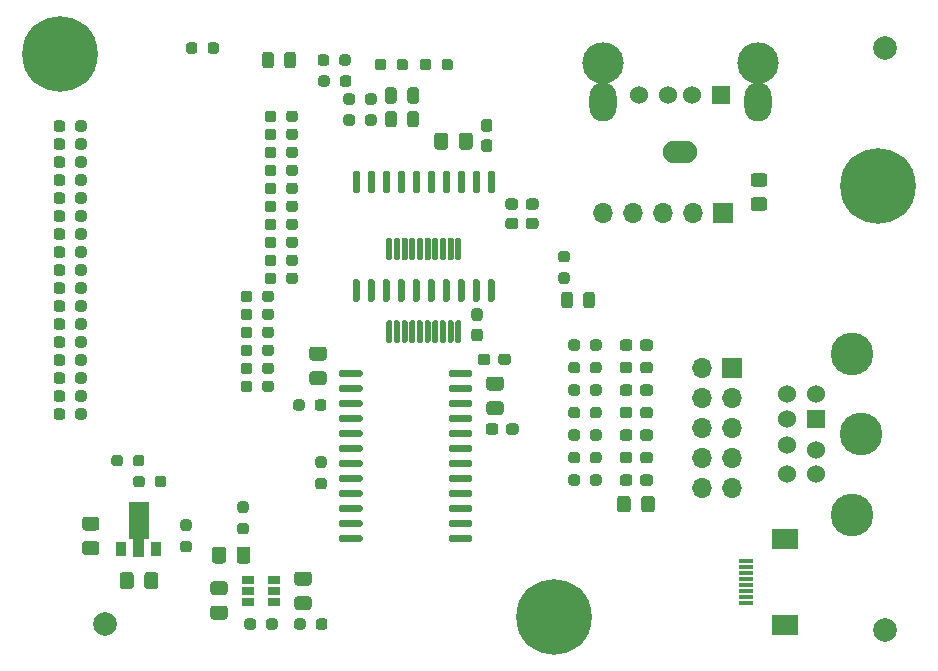
<source format=gts>
%TF.GenerationSoftware,KiCad,Pcbnew,5.1.10-88a1d61d58~89~ubuntu20.04.1*%
%TF.CreationDate,2021-10-06T22:40:21-05:00*%
%TF.ProjectId,serial_rewind_d2,73657269-616c-45f7-9265-77696e645f64,rev?*%
%TF.SameCoordinates,Original*%
%TF.FileFunction,Soldermask,Top*%
%TF.FilePolarity,Negative*%
%FSLAX46Y46*%
G04 Gerber Fmt 4.6, Leading zero omitted, Abs format (unit mm)*
G04 Created by KiCad (PCBNEW 5.1.10-88a1d61d58~89~ubuntu20.04.1) date 2021-10-06 22:40:21*
%MOMM*%
%LPD*%
G01*
G04 APERTURE LIST*
%ADD10C,2.000000*%
%ADD11R,1.700000X1.700000*%
%ADD12O,1.700000X1.700000*%
%ADD13R,0.900000X1.300000*%
%ADD14C,0.150000*%
%ADD15C,6.400000*%
%ADD16R,2.200000X1.800000*%
%ADD17R,1.300000X0.300000*%
%ADD18C,3.601600*%
%ADD19C,1.524000*%
%ADD20R,1.060000X0.650000*%
%ADD21C,3.500000*%
%ADD22R,1.524000X1.524000*%
%ADD23O,2.300000X3.300000*%
%ADD24O,2.900000X1.900000*%
G04 APERTURE END LIST*
%TO.C,R56*%
G36*
G01*
X78403000Y-106663500D02*
X78403000Y-106188500D01*
G75*
G02*
X78640500Y-105951000I237500J0D01*
G01*
X79140500Y-105951000D01*
G75*
G02*
X79378000Y-106188500I0J-237500D01*
G01*
X79378000Y-106663500D01*
G75*
G02*
X79140500Y-106901000I-237500J0D01*
G01*
X78640500Y-106901000D01*
G75*
G02*
X78403000Y-106663500I0J237500D01*
G01*
G37*
G36*
G01*
X76578000Y-106663500D02*
X76578000Y-106188500D01*
G75*
G02*
X76815500Y-105951000I237500J0D01*
G01*
X77315500Y-105951000D01*
G75*
G02*
X77553000Y-106188500I0J-237500D01*
G01*
X77553000Y-106663500D01*
G75*
G02*
X77315500Y-106901000I-237500J0D01*
G01*
X76815500Y-106901000D01*
G75*
G02*
X76578000Y-106663500I0J237500D01*
G01*
G37*
%TD*%
%TO.C,R55*%
G36*
G01*
X78403000Y-108441500D02*
X78403000Y-107966500D01*
G75*
G02*
X78640500Y-107729000I237500J0D01*
G01*
X79140500Y-107729000D01*
G75*
G02*
X79378000Y-107966500I0J-237500D01*
G01*
X79378000Y-108441500D01*
G75*
G02*
X79140500Y-108679000I-237500J0D01*
G01*
X78640500Y-108679000D01*
G75*
G02*
X78403000Y-108441500I0J237500D01*
G01*
G37*
G36*
G01*
X76578000Y-108441500D02*
X76578000Y-107966500D01*
G75*
G02*
X76815500Y-107729000I237500J0D01*
G01*
X77315500Y-107729000D01*
G75*
G02*
X77553000Y-107966500I0J-237500D01*
G01*
X77553000Y-108441500D01*
G75*
G02*
X77315500Y-108679000I-237500J0D01*
G01*
X76815500Y-108679000D01*
G75*
G02*
X76578000Y-108441500I0J237500D01*
G01*
G37*
%TD*%
%TO.C,D4*%
G36*
G01*
X81984000Y-106577450D02*
X81984000Y-105664950D01*
G75*
G02*
X82227750Y-105421200I243750J0D01*
G01*
X82715250Y-105421200D01*
G75*
G02*
X82959000Y-105664950I0J-243750D01*
G01*
X82959000Y-106577450D01*
G75*
G02*
X82715250Y-106821200I-243750J0D01*
G01*
X82227750Y-106821200D01*
G75*
G02*
X81984000Y-106577450I0J243750D01*
G01*
G37*
G36*
G01*
X80109000Y-106577450D02*
X80109000Y-105664950D01*
G75*
G02*
X80352750Y-105421200I243750J0D01*
G01*
X80840250Y-105421200D01*
G75*
G02*
X81084000Y-105664950I0J-243750D01*
G01*
X81084000Y-106577450D01*
G75*
G02*
X80840250Y-106821200I-243750J0D01*
G01*
X80352750Y-106821200D01*
G75*
G02*
X80109000Y-106577450I0J243750D01*
G01*
G37*
%TD*%
%TO.C,D3*%
G36*
G01*
X81984000Y-108584050D02*
X81984000Y-107671550D01*
G75*
G02*
X82227750Y-107427800I243750J0D01*
G01*
X82715250Y-107427800D01*
G75*
G02*
X82959000Y-107671550I0J-243750D01*
G01*
X82959000Y-108584050D01*
G75*
G02*
X82715250Y-108827800I-243750J0D01*
G01*
X82227750Y-108827800D01*
G75*
G02*
X81984000Y-108584050I0J243750D01*
G01*
G37*
G36*
G01*
X80109000Y-108584050D02*
X80109000Y-107671550D01*
G75*
G02*
X80352750Y-107427800I243750J0D01*
G01*
X80840250Y-107427800D01*
G75*
G02*
X81084000Y-107671550I0J-243750D01*
G01*
X81084000Y-108584050D01*
G75*
G02*
X80840250Y-108827800I-243750J0D01*
G01*
X80352750Y-108827800D01*
G75*
G02*
X80109000Y-108584050I0J243750D01*
G01*
G37*
%TD*%
D10*
%TO.C,FID5*%
X56388000Y-150876000D03*
%TD*%
%TO.C,FID3*%
X122428000Y-151384000D03*
%TD*%
%TO.C,FID1*%
X122428000Y-102108000D03*
%TD*%
%TO.C,C1*%
G36*
G01*
X92019000Y-115553500D02*
X92019000Y-115078500D01*
G75*
G02*
X92256500Y-114841000I237500J0D01*
G01*
X92856500Y-114841000D01*
G75*
G02*
X93094000Y-115078500I0J-237500D01*
G01*
X93094000Y-115553500D01*
G75*
G02*
X92856500Y-115791000I-237500J0D01*
G01*
X92256500Y-115791000D01*
G75*
G02*
X92019000Y-115553500I0J237500D01*
G01*
G37*
G36*
G01*
X90294000Y-115553500D02*
X90294000Y-115078500D01*
G75*
G02*
X90531500Y-114841000I237500J0D01*
G01*
X91131500Y-114841000D01*
G75*
G02*
X91369000Y-115078500I0J-237500D01*
G01*
X91369000Y-115553500D01*
G75*
G02*
X91131500Y-115791000I-237500J0D01*
G01*
X90531500Y-115791000D01*
G75*
G02*
X90294000Y-115553500I0J237500D01*
G01*
G37*
%TD*%
%TO.C,C3*%
G36*
G01*
X101697500Y-138921500D02*
X101697500Y-138446500D01*
G75*
G02*
X101935000Y-138209000I237500J0D01*
G01*
X102535000Y-138209000D01*
G75*
G02*
X102772500Y-138446500I0J-237500D01*
G01*
X102772500Y-138921500D01*
G75*
G02*
X102535000Y-139159000I-237500J0D01*
G01*
X101935000Y-139159000D01*
G75*
G02*
X101697500Y-138921500I0J237500D01*
G01*
G37*
G36*
G01*
X99972500Y-138921500D02*
X99972500Y-138446500D01*
G75*
G02*
X100210000Y-138209000I237500J0D01*
G01*
X100810000Y-138209000D01*
G75*
G02*
X101047500Y-138446500I0J-237500D01*
G01*
X101047500Y-138921500D01*
G75*
G02*
X100810000Y-139159000I-237500J0D01*
G01*
X100210000Y-139159000D01*
G75*
G02*
X99972500Y-138921500I0J237500D01*
G01*
G37*
%TD*%
%TO.C,C4*%
G36*
G01*
X101047500Y-136541500D02*
X101047500Y-137016500D01*
G75*
G02*
X100810000Y-137254000I-237500J0D01*
G01*
X100210000Y-137254000D01*
G75*
G02*
X99972500Y-137016500I0J237500D01*
G01*
X99972500Y-136541500D01*
G75*
G02*
X100210000Y-136304000I237500J0D01*
G01*
X100810000Y-136304000D01*
G75*
G02*
X101047500Y-136541500I0J-237500D01*
G01*
G37*
G36*
G01*
X102772500Y-136541500D02*
X102772500Y-137016500D01*
G75*
G02*
X102535000Y-137254000I-237500J0D01*
G01*
X101935000Y-137254000D01*
G75*
G02*
X101697500Y-137016500I0J237500D01*
G01*
X101697500Y-136541500D01*
G75*
G02*
X101935000Y-136304000I237500J0D01*
G01*
X102535000Y-136304000D01*
G75*
G02*
X102772500Y-136541500I0J-237500D01*
G01*
G37*
%TD*%
%TO.C,C5*%
G36*
G01*
X99972500Y-135111500D02*
X99972500Y-134636500D01*
G75*
G02*
X100210000Y-134399000I237500J0D01*
G01*
X100810000Y-134399000D01*
G75*
G02*
X101047500Y-134636500I0J-237500D01*
G01*
X101047500Y-135111500D01*
G75*
G02*
X100810000Y-135349000I-237500J0D01*
G01*
X100210000Y-135349000D01*
G75*
G02*
X99972500Y-135111500I0J237500D01*
G01*
G37*
G36*
G01*
X101697500Y-135111500D02*
X101697500Y-134636500D01*
G75*
G02*
X101935000Y-134399000I237500J0D01*
G01*
X102535000Y-134399000D01*
G75*
G02*
X102772500Y-134636500I0J-237500D01*
G01*
X102772500Y-135111500D01*
G75*
G02*
X102535000Y-135349000I-237500J0D01*
G01*
X101935000Y-135349000D01*
G75*
G02*
X101697500Y-135111500I0J237500D01*
G01*
G37*
%TD*%
%TO.C,C6*%
G36*
G01*
X102772500Y-127016500D02*
X102772500Y-127491500D01*
G75*
G02*
X102535000Y-127729000I-237500J0D01*
G01*
X101935000Y-127729000D01*
G75*
G02*
X101697500Y-127491500I0J237500D01*
G01*
X101697500Y-127016500D01*
G75*
G02*
X101935000Y-126779000I237500J0D01*
G01*
X102535000Y-126779000D01*
G75*
G02*
X102772500Y-127016500I0J-237500D01*
G01*
G37*
G36*
G01*
X101047500Y-127016500D02*
X101047500Y-127491500D01*
G75*
G02*
X100810000Y-127729000I-237500J0D01*
G01*
X100210000Y-127729000D01*
G75*
G02*
X99972500Y-127491500I0J237500D01*
G01*
X99972500Y-127016500D01*
G75*
G02*
X100210000Y-126779000I237500J0D01*
G01*
X100810000Y-126779000D01*
G75*
G02*
X101047500Y-127016500I0J-237500D01*
G01*
G37*
%TD*%
%TO.C,C7*%
G36*
G01*
X101697500Y-131301500D02*
X101697500Y-130826500D01*
G75*
G02*
X101935000Y-130589000I237500J0D01*
G01*
X102535000Y-130589000D01*
G75*
G02*
X102772500Y-130826500I0J-237500D01*
G01*
X102772500Y-131301500D01*
G75*
G02*
X102535000Y-131539000I-237500J0D01*
G01*
X101935000Y-131539000D01*
G75*
G02*
X101697500Y-131301500I0J237500D01*
G01*
G37*
G36*
G01*
X99972500Y-131301500D02*
X99972500Y-130826500D01*
G75*
G02*
X100210000Y-130589000I237500J0D01*
G01*
X100810000Y-130589000D01*
G75*
G02*
X101047500Y-130826500I0J-237500D01*
G01*
X101047500Y-131301500D01*
G75*
G02*
X100810000Y-131539000I-237500J0D01*
G01*
X100210000Y-131539000D01*
G75*
G02*
X99972500Y-131301500I0J237500D01*
G01*
G37*
%TD*%
%TO.C,C8*%
G36*
G01*
X101047500Y-128921500D02*
X101047500Y-129396500D01*
G75*
G02*
X100810000Y-129634000I-237500J0D01*
G01*
X100210000Y-129634000D01*
G75*
G02*
X99972500Y-129396500I0J237500D01*
G01*
X99972500Y-128921500D01*
G75*
G02*
X100210000Y-128684000I237500J0D01*
G01*
X100810000Y-128684000D01*
G75*
G02*
X101047500Y-128921500I0J-237500D01*
G01*
G37*
G36*
G01*
X102772500Y-128921500D02*
X102772500Y-129396500D01*
G75*
G02*
X102535000Y-129634000I-237500J0D01*
G01*
X101935000Y-129634000D01*
G75*
G02*
X101697500Y-129396500I0J237500D01*
G01*
X101697500Y-128921500D01*
G75*
G02*
X101935000Y-128684000I237500J0D01*
G01*
X102535000Y-128684000D01*
G75*
G02*
X102772500Y-128921500I0J-237500D01*
G01*
G37*
%TD*%
%TO.C,C9*%
G36*
G01*
X99972500Y-133206500D02*
X99972500Y-132731500D01*
G75*
G02*
X100210000Y-132494000I237500J0D01*
G01*
X100810000Y-132494000D01*
G75*
G02*
X101047500Y-132731500I0J-237500D01*
G01*
X101047500Y-133206500D01*
G75*
G02*
X100810000Y-133444000I-237500J0D01*
G01*
X100210000Y-133444000D01*
G75*
G02*
X99972500Y-133206500I0J237500D01*
G01*
G37*
G36*
G01*
X101697500Y-133206500D02*
X101697500Y-132731500D01*
G75*
G02*
X101935000Y-132494000I237500J0D01*
G01*
X102535000Y-132494000D01*
G75*
G02*
X102772500Y-132731500I0J-237500D01*
G01*
X102772500Y-133206500D01*
G75*
G02*
X102535000Y-133444000I-237500J0D01*
G01*
X101935000Y-133444000D01*
G75*
G02*
X101697500Y-133206500I0J237500D01*
G01*
G37*
%TD*%
%TO.C,D1*%
G36*
G01*
X69695000Y-103580250D02*
X69695000Y-102667750D01*
G75*
G02*
X69938750Y-102424000I243750J0D01*
G01*
X70426250Y-102424000D01*
G75*
G02*
X70670000Y-102667750I0J-243750D01*
G01*
X70670000Y-103580250D01*
G75*
G02*
X70426250Y-103824000I-243750J0D01*
G01*
X69938750Y-103824000D01*
G75*
G02*
X69695000Y-103580250I0J243750D01*
G01*
G37*
G36*
G01*
X71570000Y-103580250D02*
X71570000Y-102667750D01*
G75*
G02*
X71813750Y-102424000I243750J0D01*
G01*
X72301250Y-102424000D01*
G75*
G02*
X72545000Y-102667750I0J-243750D01*
G01*
X72545000Y-103580250D01*
G75*
G02*
X72301250Y-103824000I-243750J0D01*
G01*
X71813750Y-103824000D01*
G75*
G02*
X71570000Y-103580250I0J243750D01*
G01*
G37*
%TD*%
%TO.C,F1*%
G36*
G01*
X100887000Y-140265999D02*
X100887000Y-141166001D01*
G75*
G02*
X100637001Y-141416000I-249999J0D01*
G01*
X99986999Y-141416000D01*
G75*
G02*
X99737000Y-141166001I0J249999D01*
G01*
X99737000Y-140265999D01*
G75*
G02*
X99986999Y-140016000I249999J0D01*
G01*
X100637001Y-140016000D01*
G75*
G02*
X100887000Y-140265999I0J-249999D01*
G01*
G37*
G36*
G01*
X102937000Y-140265999D02*
X102937000Y-141166001D01*
G75*
G02*
X102687001Y-141416000I-249999J0D01*
G01*
X102036999Y-141416000D01*
G75*
G02*
X101787000Y-141166001I0J249999D01*
G01*
X101787000Y-140265999D01*
G75*
G02*
X102036999Y-140016000I249999J0D01*
G01*
X102687001Y-140016000D01*
G75*
G02*
X102937000Y-140265999I0J-249999D01*
G01*
G37*
%TD*%
%TO.C,F2*%
G36*
G01*
X111309999Y-112700000D02*
X112210001Y-112700000D01*
G75*
G02*
X112460000Y-112949999I0J-249999D01*
G01*
X112460000Y-113600001D01*
G75*
G02*
X112210001Y-113850000I-249999J0D01*
G01*
X111309999Y-113850000D01*
G75*
G02*
X111060000Y-113600001I0J249999D01*
G01*
X111060000Y-112949999D01*
G75*
G02*
X111309999Y-112700000I249999J0D01*
G01*
G37*
G36*
G01*
X111309999Y-114750000D02*
X112210001Y-114750000D01*
G75*
G02*
X112460000Y-114999999I0J-249999D01*
G01*
X112460000Y-115650001D01*
G75*
G02*
X112210001Y-115900000I-249999J0D01*
G01*
X111309999Y-115900000D01*
G75*
G02*
X111060000Y-115650001I0J249999D01*
G01*
X111060000Y-114999999D01*
G75*
G02*
X111309999Y-114750000I249999J0D01*
G01*
G37*
%TD*%
D11*
%TO.C,J4*%
X109474000Y-129222500D03*
D12*
X106934000Y-129222500D03*
X109474000Y-131762500D03*
X106934000Y-131762500D03*
X109474000Y-134302500D03*
X106934000Y-134302500D03*
X109474000Y-136842500D03*
X106934000Y-136842500D03*
X109474000Y-139382500D03*
X106934000Y-139382500D03*
%TD*%
D11*
%TO.C,J6*%
X108712000Y-116078000D03*
D12*
X106172000Y-116078000D03*
X103632000Y-116078000D03*
X101092000Y-116078000D03*
X98552000Y-116078000D03*
%TD*%
%TO.C,R1*%
G36*
G01*
X69910500Y-118792000D02*
X69910500Y-118317000D01*
G75*
G02*
X70148000Y-118079500I237500J0D01*
G01*
X70648000Y-118079500D01*
G75*
G02*
X70885500Y-118317000I0J-237500D01*
G01*
X70885500Y-118792000D01*
G75*
G02*
X70648000Y-119029500I-237500J0D01*
G01*
X70148000Y-119029500D01*
G75*
G02*
X69910500Y-118792000I0J237500D01*
G01*
G37*
G36*
G01*
X71735500Y-118792000D02*
X71735500Y-118317000D01*
G75*
G02*
X71973000Y-118079500I237500J0D01*
G01*
X72473000Y-118079500D01*
G75*
G02*
X72710500Y-118317000I0J-237500D01*
G01*
X72710500Y-118792000D01*
G75*
G02*
X72473000Y-119029500I-237500J0D01*
G01*
X71973000Y-119029500D01*
G75*
G02*
X71735500Y-118792000I0J237500D01*
G01*
G37*
%TD*%
%TO.C,R2*%
G36*
G01*
X69703500Y-124888000D02*
X69703500Y-124413000D01*
G75*
G02*
X69941000Y-124175500I237500J0D01*
G01*
X70441000Y-124175500D01*
G75*
G02*
X70678500Y-124413000I0J-237500D01*
G01*
X70678500Y-124888000D01*
G75*
G02*
X70441000Y-125125500I-237500J0D01*
G01*
X69941000Y-125125500D01*
G75*
G02*
X69703500Y-124888000I0J237500D01*
G01*
G37*
G36*
G01*
X67878500Y-124888000D02*
X67878500Y-124413000D01*
G75*
G02*
X68116000Y-124175500I237500J0D01*
G01*
X68616000Y-124175500D01*
G75*
G02*
X68853500Y-124413000I0J-237500D01*
G01*
X68853500Y-124888000D01*
G75*
G02*
X68616000Y-125125500I-237500J0D01*
G01*
X68116000Y-125125500D01*
G75*
G02*
X67878500Y-124888000I0J237500D01*
G01*
G37*
%TD*%
%TO.C,R3*%
G36*
G01*
X67878500Y-130984000D02*
X67878500Y-130509000D01*
G75*
G02*
X68116000Y-130271500I237500J0D01*
G01*
X68616000Y-130271500D01*
G75*
G02*
X68853500Y-130509000I0J-237500D01*
G01*
X68853500Y-130984000D01*
G75*
G02*
X68616000Y-131221500I-237500J0D01*
G01*
X68116000Y-131221500D01*
G75*
G02*
X67878500Y-130984000I0J237500D01*
G01*
G37*
G36*
G01*
X69703500Y-130984000D02*
X69703500Y-130509000D01*
G75*
G02*
X69941000Y-130271500I237500J0D01*
G01*
X70441000Y-130271500D01*
G75*
G02*
X70678500Y-130509000I0J-237500D01*
G01*
X70678500Y-130984000D01*
G75*
G02*
X70441000Y-131221500I-237500J0D01*
G01*
X69941000Y-131221500D01*
G75*
G02*
X69703500Y-130984000I0J237500D01*
G01*
G37*
%TD*%
%TO.C,R4*%
G36*
G01*
X71735500Y-111172000D02*
X71735500Y-110697000D01*
G75*
G02*
X71973000Y-110459500I237500J0D01*
G01*
X72473000Y-110459500D01*
G75*
G02*
X72710500Y-110697000I0J-237500D01*
G01*
X72710500Y-111172000D01*
G75*
G02*
X72473000Y-111409500I-237500J0D01*
G01*
X71973000Y-111409500D01*
G75*
G02*
X71735500Y-111172000I0J237500D01*
G01*
G37*
G36*
G01*
X69910500Y-111172000D02*
X69910500Y-110697000D01*
G75*
G02*
X70148000Y-110459500I237500J0D01*
G01*
X70648000Y-110459500D01*
G75*
G02*
X70885500Y-110697000I0J-237500D01*
G01*
X70885500Y-111172000D01*
G75*
G02*
X70648000Y-111409500I-237500J0D01*
G01*
X70148000Y-111409500D01*
G75*
G02*
X69910500Y-111172000I0J237500D01*
G01*
G37*
%TD*%
%TO.C,R5*%
G36*
G01*
X82045000Y-103267500D02*
X82045000Y-103742500D01*
G75*
G02*
X81807500Y-103980000I-237500J0D01*
G01*
X81307500Y-103980000D01*
G75*
G02*
X81070000Y-103742500I0J237500D01*
G01*
X81070000Y-103267500D01*
G75*
G02*
X81307500Y-103030000I237500J0D01*
G01*
X81807500Y-103030000D01*
G75*
G02*
X82045000Y-103267500I0J-237500D01*
G01*
G37*
G36*
G01*
X80220000Y-103267500D02*
X80220000Y-103742500D01*
G75*
G02*
X79982500Y-103980000I-237500J0D01*
G01*
X79482500Y-103980000D01*
G75*
G02*
X79245000Y-103742500I0J237500D01*
G01*
X79245000Y-103267500D01*
G75*
G02*
X79482500Y-103030000I237500J0D01*
G01*
X79982500Y-103030000D01*
G75*
G02*
X80220000Y-103267500I0J-237500D01*
G01*
G37*
%TD*%
%TO.C,R6*%
G36*
G01*
X84030000Y-103267500D02*
X84030000Y-103742500D01*
G75*
G02*
X83792500Y-103980000I-237500J0D01*
G01*
X83292500Y-103980000D01*
G75*
G02*
X83055000Y-103742500I0J237500D01*
G01*
X83055000Y-103267500D01*
G75*
G02*
X83292500Y-103030000I237500J0D01*
G01*
X83792500Y-103030000D01*
G75*
G02*
X84030000Y-103267500I0J-237500D01*
G01*
G37*
G36*
G01*
X85855000Y-103267500D02*
X85855000Y-103742500D01*
G75*
G02*
X85617500Y-103980000I-237500J0D01*
G01*
X85117500Y-103980000D01*
G75*
G02*
X84880000Y-103742500I0J237500D01*
G01*
X84880000Y-103267500D01*
G75*
G02*
X85117500Y-103030000I237500J0D01*
G01*
X85617500Y-103030000D01*
G75*
G02*
X85855000Y-103267500I0J-237500D01*
G01*
G37*
%TD*%
%TO.C,R7*%
G36*
G01*
X71735500Y-115744000D02*
X71735500Y-115269000D01*
G75*
G02*
X71973000Y-115031500I237500J0D01*
G01*
X72473000Y-115031500D01*
G75*
G02*
X72710500Y-115269000I0J-237500D01*
G01*
X72710500Y-115744000D01*
G75*
G02*
X72473000Y-115981500I-237500J0D01*
G01*
X71973000Y-115981500D01*
G75*
G02*
X71735500Y-115744000I0J237500D01*
G01*
G37*
G36*
G01*
X69910500Y-115744000D02*
X69910500Y-115269000D01*
G75*
G02*
X70148000Y-115031500I237500J0D01*
G01*
X70648000Y-115031500D01*
G75*
G02*
X70885500Y-115269000I0J-237500D01*
G01*
X70885500Y-115744000D01*
G75*
G02*
X70648000Y-115981500I-237500J0D01*
G01*
X70148000Y-115981500D01*
G75*
G02*
X69910500Y-115744000I0J237500D01*
G01*
G37*
%TD*%
%TO.C,R8*%
G36*
G01*
X69910500Y-121840000D02*
X69910500Y-121365000D01*
G75*
G02*
X70148000Y-121127500I237500J0D01*
G01*
X70648000Y-121127500D01*
G75*
G02*
X70885500Y-121365000I0J-237500D01*
G01*
X70885500Y-121840000D01*
G75*
G02*
X70648000Y-122077500I-237500J0D01*
G01*
X70148000Y-122077500D01*
G75*
G02*
X69910500Y-121840000I0J237500D01*
G01*
G37*
G36*
G01*
X71735500Y-121840000D02*
X71735500Y-121365000D01*
G75*
G02*
X71973000Y-121127500I237500J0D01*
G01*
X72473000Y-121127500D01*
G75*
G02*
X72710500Y-121365000I0J-237500D01*
G01*
X72710500Y-121840000D01*
G75*
G02*
X72473000Y-122077500I-237500J0D01*
G01*
X71973000Y-122077500D01*
G75*
G02*
X71735500Y-121840000I0J237500D01*
G01*
G37*
%TD*%
%TO.C,R9*%
G36*
G01*
X69703500Y-126412000D02*
X69703500Y-125937000D01*
G75*
G02*
X69941000Y-125699500I237500J0D01*
G01*
X70441000Y-125699500D01*
G75*
G02*
X70678500Y-125937000I0J-237500D01*
G01*
X70678500Y-126412000D01*
G75*
G02*
X70441000Y-126649500I-237500J0D01*
G01*
X69941000Y-126649500D01*
G75*
G02*
X69703500Y-126412000I0J237500D01*
G01*
G37*
G36*
G01*
X67878500Y-126412000D02*
X67878500Y-125937000D01*
G75*
G02*
X68116000Y-125699500I237500J0D01*
G01*
X68616000Y-125699500D01*
G75*
G02*
X68853500Y-125937000I0J-237500D01*
G01*
X68853500Y-126412000D01*
G75*
G02*
X68616000Y-126649500I-237500J0D01*
G01*
X68116000Y-126649500D01*
G75*
G02*
X67878500Y-126412000I0J237500D01*
G01*
G37*
%TD*%
%TO.C,R10*%
G36*
G01*
X69910500Y-109648000D02*
X69910500Y-109173000D01*
G75*
G02*
X70148000Y-108935500I237500J0D01*
G01*
X70648000Y-108935500D01*
G75*
G02*
X70885500Y-109173000I0J-237500D01*
G01*
X70885500Y-109648000D01*
G75*
G02*
X70648000Y-109885500I-237500J0D01*
G01*
X70148000Y-109885500D01*
G75*
G02*
X69910500Y-109648000I0J237500D01*
G01*
G37*
G36*
G01*
X71735500Y-109648000D02*
X71735500Y-109173000D01*
G75*
G02*
X71973000Y-108935500I237500J0D01*
G01*
X72473000Y-108935500D01*
G75*
G02*
X72710500Y-109173000I0J-237500D01*
G01*
X72710500Y-109648000D01*
G75*
G02*
X72473000Y-109885500I-237500J0D01*
G01*
X71973000Y-109885500D01*
G75*
G02*
X71735500Y-109648000I0J237500D01*
G01*
G37*
%TD*%
%TO.C,R11*%
G36*
G01*
X69910500Y-114220000D02*
X69910500Y-113745000D01*
G75*
G02*
X70148000Y-113507500I237500J0D01*
G01*
X70648000Y-113507500D01*
G75*
G02*
X70885500Y-113745000I0J-237500D01*
G01*
X70885500Y-114220000D01*
G75*
G02*
X70648000Y-114457500I-237500J0D01*
G01*
X70148000Y-114457500D01*
G75*
G02*
X69910500Y-114220000I0J237500D01*
G01*
G37*
G36*
G01*
X71735500Y-114220000D02*
X71735500Y-113745000D01*
G75*
G02*
X71973000Y-113507500I237500J0D01*
G01*
X72473000Y-113507500D01*
G75*
G02*
X72710500Y-113745000I0J-237500D01*
G01*
X72710500Y-114220000D01*
G75*
G02*
X72473000Y-114457500I-237500J0D01*
G01*
X71973000Y-114457500D01*
G75*
G02*
X71735500Y-114220000I0J237500D01*
G01*
G37*
%TD*%
%TO.C,R12*%
G36*
G01*
X71735500Y-120316000D02*
X71735500Y-119841000D01*
G75*
G02*
X71973000Y-119603500I237500J0D01*
G01*
X72473000Y-119603500D01*
G75*
G02*
X72710500Y-119841000I0J-237500D01*
G01*
X72710500Y-120316000D01*
G75*
G02*
X72473000Y-120553500I-237500J0D01*
G01*
X71973000Y-120553500D01*
G75*
G02*
X71735500Y-120316000I0J237500D01*
G01*
G37*
G36*
G01*
X69910500Y-120316000D02*
X69910500Y-119841000D01*
G75*
G02*
X70148000Y-119603500I237500J0D01*
G01*
X70648000Y-119603500D01*
G75*
G02*
X70885500Y-119841000I0J-237500D01*
G01*
X70885500Y-120316000D01*
G75*
G02*
X70648000Y-120553500I-237500J0D01*
G01*
X70148000Y-120553500D01*
G75*
G02*
X69910500Y-120316000I0J237500D01*
G01*
G37*
%TD*%
%TO.C,R13*%
G36*
G01*
X71735500Y-108124000D02*
X71735500Y-107649000D01*
G75*
G02*
X71973000Y-107411500I237500J0D01*
G01*
X72473000Y-107411500D01*
G75*
G02*
X72710500Y-107649000I0J-237500D01*
G01*
X72710500Y-108124000D01*
G75*
G02*
X72473000Y-108361500I-237500J0D01*
G01*
X71973000Y-108361500D01*
G75*
G02*
X71735500Y-108124000I0J237500D01*
G01*
G37*
G36*
G01*
X69910500Y-108124000D02*
X69910500Y-107649000D01*
G75*
G02*
X70148000Y-107411500I237500J0D01*
G01*
X70648000Y-107411500D01*
G75*
G02*
X70885500Y-107649000I0J-237500D01*
G01*
X70885500Y-108124000D01*
G75*
G02*
X70648000Y-108361500I-237500J0D01*
G01*
X70148000Y-108361500D01*
G75*
G02*
X69910500Y-108124000I0J237500D01*
G01*
G37*
%TD*%
%TO.C,R14*%
G36*
G01*
X67878500Y-129460000D02*
X67878500Y-128985000D01*
G75*
G02*
X68116000Y-128747500I237500J0D01*
G01*
X68616000Y-128747500D01*
G75*
G02*
X68853500Y-128985000I0J-237500D01*
G01*
X68853500Y-129460000D01*
G75*
G02*
X68616000Y-129697500I-237500J0D01*
G01*
X68116000Y-129697500D01*
G75*
G02*
X67878500Y-129460000I0J237500D01*
G01*
G37*
G36*
G01*
X69703500Y-129460000D02*
X69703500Y-128985000D01*
G75*
G02*
X69941000Y-128747500I237500J0D01*
G01*
X70441000Y-128747500D01*
G75*
G02*
X70678500Y-128985000I0J-237500D01*
G01*
X70678500Y-129460000D01*
G75*
G02*
X70441000Y-129697500I-237500J0D01*
G01*
X69941000Y-129697500D01*
G75*
G02*
X69703500Y-129460000I0J237500D01*
G01*
G37*
%TD*%
%TO.C,R15*%
G36*
G01*
X69910500Y-112696000D02*
X69910500Y-112221000D01*
G75*
G02*
X70148000Y-111983500I237500J0D01*
G01*
X70648000Y-111983500D01*
G75*
G02*
X70885500Y-112221000I0J-237500D01*
G01*
X70885500Y-112696000D01*
G75*
G02*
X70648000Y-112933500I-237500J0D01*
G01*
X70148000Y-112933500D01*
G75*
G02*
X69910500Y-112696000I0J237500D01*
G01*
G37*
G36*
G01*
X71735500Y-112696000D02*
X71735500Y-112221000D01*
G75*
G02*
X71973000Y-111983500I237500J0D01*
G01*
X72473000Y-111983500D01*
G75*
G02*
X72710500Y-112221000I0J-237500D01*
G01*
X72710500Y-112696000D01*
G75*
G02*
X72473000Y-112933500I-237500J0D01*
G01*
X71973000Y-112933500D01*
G75*
G02*
X71735500Y-112696000I0J237500D01*
G01*
G37*
%TD*%
%TO.C,R16*%
G36*
G01*
X71735500Y-117268000D02*
X71735500Y-116793000D01*
G75*
G02*
X71973000Y-116555500I237500J0D01*
G01*
X72473000Y-116555500D01*
G75*
G02*
X72710500Y-116793000I0J-237500D01*
G01*
X72710500Y-117268000D01*
G75*
G02*
X72473000Y-117505500I-237500J0D01*
G01*
X71973000Y-117505500D01*
G75*
G02*
X71735500Y-117268000I0J237500D01*
G01*
G37*
G36*
G01*
X69910500Y-117268000D02*
X69910500Y-116793000D01*
G75*
G02*
X70148000Y-116555500I237500J0D01*
G01*
X70648000Y-116555500D01*
G75*
G02*
X70885500Y-116793000I0J-237500D01*
G01*
X70885500Y-117268000D01*
G75*
G02*
X70648000Y-117505500I-237500J0D01*
G01*
X70148000Y-117505500D01*
G75*
G02*
X69910500Y-117268000I0J237500D01*
G01*
G37*
%TD*%
%TO.C,R17*%
G36*
G01*
X67878500Y-123364000D02*
X67878500Y-122889000D01*
G75*
G02*
X68116000Y-122651500I237500J0D01*
G01*
X68616000Y-122651500D01*
G75*
G02*
X68853500Y-122889000I0J-237500D01*
G01*
X68853500Y-123364000D01*
G75*
G02*
X68616000Y-123601500I-237500J0D01*
G01*
X68116000Y-123601500D01*
G75*
G02*
X67878500Y-123364000I0J237500D01*
G01*
G37*
G36*
G01*
X69703500Y-123364000D02*
X69703500Y-122889000D01*
G75*
G02*
X69941000Y-122651500I237500J0D01*
G01*
X70441000Y-122651500D01*
G75*
G02*
X70678500Y-122889000I0J-237500D01*
G01*
X70678500Y-123364000D01*
G75*
G02*
X70441000Y-123601500I-237500J0D01*
G01*
X69941000Y-123601500D01*
G75*
G02*
X69703500Y-123364000I0J237500D01*
G01*
G37*
%TD*%
%TO.C,R18*%
G36*
G01*
X69703500Y-127936000D02*
X69703500Y-127461000D01*
G75*
G02*
X69941000Y-127223500I237500J0D01*
G01*
X70441000Y-127223500D01*
G75*
G02*
X70678500Y-127461000I0J-237500D01*
G01*
X70678500Y-127936000D01*
G75*
G02*
X70441000Y-128173500I-237500J0D01*
G01*
X69941000Y-128173500D01*
G75*
G02*
X69703500Y-127936000I0J237500D01*
G01*
G37*
G36*
G01*
X67878500Y-127936000D02*
X67878500Y-127461000D01*
G75*
G02*
X68116000Y-127223500I237500J0D01*
G01*
X68616000Y-127223500D01*
G75*
G02*
X68853500Y-127461000I0J-237500D01*
G01*
X68853500Y-127936000D01*
G75*
G02*
X68616000Y-128173500I-237500J0D01*
G01*
X68116000Y-128173500D01*
G75*
G02*
X67878500Y-127936000I0J237500D01*
G01*
G37*
%TD*%
%TO.C,R19*%
G36*
G01*
X54843500Y-111522500D02*
X54843500Y-111997500D01*
G75*
G02*
X54606000Y-112235000I-237500J0D01*
G01*
X54106000Y-112235000D01*
G75*
G02*
X53868500Y-111997500I0J237500D01*
G01*
X53868500Y-111522500D01*
G75*
G02*
X54106000Y-111285000I237500J0D01*
G01*
X54606000Y-111285000D01*
G75*
G02*
X54843500Y-111522500I0J-237500D01*
G01*
G37*
G36*
G01*
X53018500Y-111522500D02*
X53018500Y-111997500D01*
G75*
G02*
X52781000Y-112235000I-237500J0D01*
G01*
X52281000Y-112235000D01*
G75*
G02*
X52043500Y-111997500I0J237500D01*
G01*
X52043500Y-111522500D01*
G75*
G02*
X52281000Y-111285000I237500J0D01*
G01*
X52781000Y-111285000D01*
G75*
G02*
X53018500Y-111522500I0J-237500D01*
G01*
G37*
%TD*%
%TO.C,R20*%
G36*
G01*
X53018500Y-116094500D02*
X53018500Y-116569500D01*
G75*
G02*
X52781000Y-116807000I-237500J0D01*
G01*
X52281000Y-116807000D01*
G75*
G02*
X52043500Y-116569500I0J237500D01*
G01*
X52043500Y-116094500D01*
G75*
G02*
X52281000Y-115857000I237500J0D01*
G01*
X52781000Y-115857000D01*
G75*
G02*
X53018500Y-116094500I0J-237500D01*
G01*
G37*
G36*
G01*
X54843500Y-116094500D02*
X54843500Y-116569500D01*
G75*
G02*
X54606000Y-116807000I-237500J0D01*
G01*
X54106000Y-116807000D01*
G75*
G02*
X53868500Y-116569500I0J237500D01*
G01*
X53868500Y-116094500D01*
G75*
G02*
X54106000Y-115857000I237500J0D01*
G01*
X54606000Y-115857000D01*
G75*
G02*
X54843500Y-116094500I0J-237500D01*
G01*
G37*
%TD*%
%TO.C,R21*%
G36*
G01*
X54843500Y-122190500D02*
X54843500Y-122665500D01*
G75*
G02*
X54606000Y-122903000I-237500J0D01*
G01*
X54106000Y-122903000D01*
G75*
G02*
X53868500Y-122665500I0J237500D01*
G01*
X53868500Y-122190500D01*
G75*
G02*
X54106000Y-121953000I237500J0D01*
G01*
X54606000Y-121953000D01*
G75*
G02*
X54843500Y-122190500I0J-237500D01*
G01*
G37*
G36*
G01*
X53018500Y-122190500D02*
X53018500Y-122665500D01*
G75*
G02*
X52781000Y-122903000I-237500J0D01*
G01*
X52281000Y-122903000D01*
G75*
G02*
X52043500Y-122665500I0J237500D01*
G01*
X52043500Y-122190500D01*
G75*
G02*
X52281000Y-121953000I237500J0D01*
G01*
X52781000Y-121953000D01*
G75*
G02*
X53018500Y-122190500I0J-237500D01*
G01*
G37*
%TD*%
%TO.C,R22*%
G36*
G01*
X53018500Y-126762500D02*
X53018500Y-127237500D01*
G75*
G02*
X52781000Y-127475000I-237500J0D01*
G01*
X52281000Y-127475000D01*
G75*
G02*
X52043500Y-127237500I0J237500D01*
G01*
X52043500Y-126762500D01*
G75*
G02*
X52281000Y-126525000I237500J0D01*
G01*
X52781000Y-126525000D01*
G75*
G02*
X53018500Y-126762500I0J-237500D01*
G01*
G37*
G36*
G01*
X54843500Y-126762500D02*
X54843500Y-127237500D01*
G75*
G02*
X54606000Y-127475000I-237500J0D01*
G01*
X54106000Y-127475000D01*
G75*
G02*
X53868500Y-127237500I0J237500D01*
G01*
X53868500Y-126762500D01*
G75*
G02*
X54106000Y-126525000I237500J0D01*
G01*
X54606000Y-126525000D01*
G75*
G02*
X54843500Y-126762500I0J-237500D01*
G01*
G37*
%TD*%
%TO.C,R23*%
G36*
G01*
X53018500Y-108474500D02*
X53018500Y-108949500D01*
G75*
G02*
X52781000Y-109187000I-237500J0D01*
G01*
X52281000Y-109187000D01*
G75*
G02*
X52043500Y-108949500I0J237500D01*
G01*
X52043500Y-108474500D01*
G75*
G02*
X52281000Y-108237000I237500J0D01*
G01*
X52781000Y-108237000D01*
G75*
G02*
X53018500Y-108474500I0J-237500D01*
G01*
G37*
G36*
G01*
X54843500Y-108474500D02*
X54843500Y-108949500D01*
G75*
G02*
X54606000Y-109187000I-237500J0D01*
G01*
X54106000Y-109187000D01*
G75*
G02*
X53868500Y-108949500I0J237500D01*
G01*
X53868500Y-108474500D01*
G75*
G02*
X54106000Y-108237000I237500J0D01*
G01*
X54606000Y-108237000D01*
G75*
G02*
X54843500Y-108474500I0J-237500D01*
G01*
G37*
%TD*%
%TO.C,R24*%
G36*
G01*
X54843500Y-114570500D02*
X54843500Y-115045500D01*
G75*
G02*
X54606000Y-115283000I-237500J0D01*
G01*
X54106000Y-115283000D01*
G75*
G02*
X53868500Y-115045500I0J237500D01*
G01*
X53868500Y-114570500D01*
G75*
G02*
X54106000Y-114333000I237500J0D01*
G01*
X54606000Y-114333000D01*
G75*
G02*
X54843500Y-114570500I0J-237500D01*
G01*
G37*
G36*
G01*
X53018500Y-114570500D02*
X53018500Y-115045500D01*
G75*
G02*
X52781000Y-115283000I-237500J0D01*
G01*
X52281000Y-115283000D01*
G75*
G02*
X52043500Y-115045500I0J237500D01*
G01*
X52043500Y-114570500D01*
G75*
G02*
X52281000Y-114333000I237500J0D01*
G01*
X52781000Y-114333000D01*
G75*
G02*
X53018500Y-114570500I0J-237500D01*
G01*
G37*
%TD*%
%TO.C,R25*%
G36*
G01*
X53018500Y-120666500D02*
X53018500Y-121141500D01*
G75*
G02*
X52781000Y-121379000I-237500J0D01*
G01*
X52281000Y-121379000D01*
G75*
G02*
X52043500Y-121141500I0J237500D01*
G01*
X52043500Y-120666500D01*
G75*
G02*
X52281000Y-120429000I237500J0D01*
G01*
X52781000Y-120429000D01*
G75*
G02*
X53018500Y-120666500I0J-237500D01*
G01*
G37*
G36*
G01*
X54843500Y-120666500D02*
X54843500Y-121141500D01*
G75*
G02*
X54606000Y-121379000I-237500J0D01*
G01*
X54106000Y-121379000D01*
G75*
G02*
X53868500Y-121141500I0J237500D01*
G01*
X53868500Y-120666500D01*
G75*
G02*
X54106000Y-120429000I237500J0D01*
G01*
X54606000Y-120429000D01*
G75*
G02*
X54843500Y-120666500I0J-237500D01*
G01*
G37*
%TD*%
%TO.C,R26*%
G36*
G01*
X54843500Y-128286500D02*
X54843500Y-128761500D01*
G75*
G02*
X54606000Y-128999000I-237500J0D01*
G01*
X54106000Y-128999000D01*
G75*
G02*
X53868500Y-128761500I0J237500D01*
G01*
X53868500Y-128286500D01*
G75*
G02*
X54106000Y-128049000I237500J0D01*
G01*
X54606000Y-128049000D01*
G75*
G02*
X54843500Y-128286500I0J-237500D01*
G01*
G37*
G36*
G01*
X53018500Y-128286500D02*
X53018500Y-128761500D01*
G75*
G02*
X52781000Y-128999000I-237500J0D01*
G01*
X52281000Y-128999000D01*
G75*
G02*
X52043500Y-128761500I0J237500D01*
G01*
X52043500Y-128286500D01*
G75*
G02*
X52281000Y-128049000I237500J0D01*
G01*
X52781000Y-128049000D01*
G75*
G02*
X53018500Y-128286500I0J-237500D01*
G01*
G37*
%TD*%
%TO.C,R27*%
G36*
G01*
X54843500Y-132858500D02*
X54843500Y-133333500D01*
G75*
G02*
X54606000Y-133571000I-237500J0D01*
G01*
X54106000Y-133571000D01*
G75*
G02*
X53868500Y-133333500I0J237500D01*
G01*
X53868500Y-132858500D01*
G75*
G02*
X54106000Y-132621000I237500J0D01*
G01*
X54606000Y-132621000D01*
G75*
G02*
X54843500Y-132858500I0J-237500D01*
G01*
G37*
G36*
G01*
X53018500Y-132858500D02*
X53018500Y-133333500D01*
G75*
G02*
X52781000Y-133571000I-237500J0D01*
G01*
X52281000Y-133571000D01*
G75*
G02*
X52043500Y-133333500I0J237500D01*
G01*
X52043500Y-132858500D01*
G75*
G02*
X52281000Y-132621000I237500J0D01*
G01*
X52781000Y-132621000D01*
G75*
G02*
X53018500Y-132858500I0J-237500D01*
G01*
G37*
%TD*%
%TO.C,R28*%
G36*
G01*
X54843500Y-109998500D02*
X54843500Y-110473500D01*
G75*
G02*
X54606000Y-110711000I-237500J0D01*
G01*
X54106000Y-110711000D01*
G75*
G02*
X53868500Y-110473500I0J237500D01*
G01*
X53868500Y-109998500D01*
G75*
G02*
X54106000Y-109761000I237500J0D01*
G01*
X54606000Y-109761000D01*
G75*
G02*
X54843500Y-109998500I0J-237500D01*
G01*
G37*
G36*
G01*
X53018500Y-109998500D02*
X53018500Y-110473500D01*
G75*
G02*
X52781000Y-110711000I-237500J0D01*
G01*
X52281000Y-110711000D01*
G75*
G02*
X52043500Y-110473500I0J237500D01*
G01*
X52043500Y-109998500D01*
G75*
G02*
X52281000Y-109761000I237500J0D01*
G01*
X52781000Y-109761000D01*
G75*
G02*
X53018500Y-109998500I0J-237500D01*
G01*
G37*
%TD*%
%TO.C,R29*%
G36*
G01*
X53018500Y-117618500D02*
X53018500Y-118093500D01*
G75*
G02*
X52781000Y-118331000I-237500J0D01*
G01*
X52281000Y-118331000D01*
G75*
G02*
X52043500Y-118093500I0J237500D01*
G01*
X52043500Y-117618500D01*
G75*
G02*
X52281000Y-117381000I237500J0D01*
G01*
X52781000Y-117381000D01*
G75*
G02*
X53018500Y-117618500I0J-237500D01*
G01*
G37*
G36*
G01*
X54843500Y-117618500D02*
X54843500Y-118093500D01*
G75*
G02*
X54606000Y-118331000I-237500J0D01*
G01*
X54106000Y-118331000D01*
G75*
G02*
X53868500Y-118093500I0J237500D01*
G01*
X53868500Y-117618500D01*
G75*
G02*
X54106000Y-117381000I237500J0D01*
G01*
X54606000Y-117381000D01*
G75*
G02*
X54843500Y-117618500I0J-237500D01*
G01*
G37*
%TD*%
%TO.C,R30*%
G36*
G01*
X54843500Y-123714500D02*
X54843500Y-124189500D01*
G75*
G02*
X54606000Y-124427000I-237500J0D01*
G01*
X54106000Y-124427000D01*
G75*
G02*
X53868500Y-124189500I0J237500D01*
G01*
X53868500Y-123714500D01*
G75*
G02*
X54106000Y-123477000I237500J0D01*
G01*
X54606000Y-123477000D01*
G75*
G02*
X54843500Y-123714500I0J-237500D01*
G01*
G37*
G36*
G01*
X53018500Y-123714500D02*
X53018500Y-124189500D01*
G75*
G02*
X52781000Y-124427000I-237500J0D01*
G01*
X52281000Y-124427000D01*
G75*
G02*
X52043500Y-124189500I0J237500D01*
G01*
X52043500Y-123714500D01*
G75*
G02*
X52281000Y-123477000I237500J0D01*
G01*
X52781000Y-123477000D01*
G75*
G02*
X53018500Y-123714500I0J-237500D01*
G01*
G37*
%TD*%
%TO.C,R31*%
G36*
G01*
X54843500Y-129810500D02*
X54843500Y-130285500D01*
G75*
G02*
X54606000Y-130523000I-237500J0D01*
G01*
X54106000Y-130523000D01*
G75*
G02*
X53868500Y-130285500I0J237500D01*
G01*
X53868500Y-129810500D01*
G75*
G02*
X54106000Y-129573000I237500J0D01*
G01*
X54606000Y-129573000D01*
G75*
G02*
X54843500Y-129810500I0J-237500D01*
G01*
G37*
G36*
G01*
X53018500Y-129810500D02*
X53018500Y-130285500D01*
G75*
G02*
X52781000Y-130523000I-237500J0D01*
G01*
X52281000Y-130523000D01*
G75*
G02*
X52043500Y-130285500I0J237500D01*
G01*
X52043500Y-129810500D01*
G75*
G02*
X52281000Y-129573000I237500J0D01*
G01*
X52781000Y-129573000D01*
G75*
G02*
X53018500Y-129810500I0J-237500D01*
G01*
G37*
%TD*%
%TO.C,R32*%
G36*
G01*
X53018500Y-113046500D02*
X53018500Y-113521500D01*
G75*
G02*
X52781000Y-113759000I-237500J0D01*
G01*
X52281000Y-113759000D01*
G75*
G02*
X52043500Y-113521500I0J237500D01*
G01*
X52043500Y-113046500D01*
G75*
G02*
X52281000Y-112809000I237500J0D01*
G01*
X52781000Y-112809000D01*
G75*
G02*
X53018500Y-113046500I0J-237500D01*
G01*
G37*
G36*
G01*
X54843500Y-113046500D02*
X54843500Y-113521500D01*
G75*
G02*
X54606000Y-113759000I-237500J0D01*
G01*
X54106000Y-113759000D01*
G75*
G02*
X53868500Y-113521500I0J237500D01*
G01*
X53868500Y-113046500D01*
G75*
G02*
X54106000Y-112809000I237500J0D01*
G01*
X54606000Y-112809000D01*
G75*
G02*
X54843500Y-113046500I0J-237500D01*
G01*
G37*
%TD*%
%TO.C,R33*%
G36*
G01*
X54843500Y-119142500D02*
X54843500Y-119617500D01*
G75*
G02*
X54606000Y-119855000I-237500J0D01*
G01*
X54106000Y-119855000D01*
G75*
G02*
X53868500Y-119617500I0J237500D01*
G01*
X53868500Y-119142500D01*
G75*
G02*
X54106000Y-118905000I237500J0D01*
G01*
X54606000Y-118905000D01*
G75*
G02*
X54843500Y-119142500I0J-237500D01*
G01*
G37*
G36*
G01*
X53018500Y-119142500D02*
X53018500Y-119617500D01*
G75*
G02*
X52781000Y-119855000I-237500J0D01*
G01*
X52281000Y-119855000D01*
G75*
G02*
X52043500Y-119617500I0J237500D01*
G01*
X52043500Y-119142500D01*
G75*
G02*
X52281000Y-118905000I237500J0D01*
G01*
X52781000Y-118905000D01*
G75*
G02*
X53018500Y-119142500I0J-237500D01*
G01*
G37*
%TD*%
%TO.C,R34*%
G36*
G01*
X53018500Y-125238500D02*
X53018500Y-125713500D01*
G75*
G02*
X52781000Y-125951000I-237500J0D01*
G01*
X52281000Y-125951000D01*
G75*
G02*
X52043500Y-125713500I0J237500D01*
G01*
X52043500Y-125238500D01*
G75*
G02*
X52281000Y-125001000I237500J0D01*
G01*
X52781000Y-125001000D01*
G75*
G02*
X53018500Y-125238500I0J-237500D01*
G01*
G37*
G36*
G01*
X54843500Y-125238500D02*
X54843500Y-125713500D01*
G75*
G02*
X54606000Y-125951000I-237500J0D01*
G01*
X54106000Y-125951000D01*
G75*
G02*
X53868500Y-125713500I0J237500D01*
G01*
X53868500Y-125238500D01*
G75*
G02*
X54106000Y-125001000I237500J0D01*
G01*
X54606000Y-125001000D01*
G75*
G02*
X54843500Y-125238500I0J-237500D01*
G01*
G37*
%TD*%
%TO.C,R35*%
G36*
G01*
X53018500Y-131334500D02*
X53018500Y-131809500D01*
G75*
G02*
X52781000Y-132047000I-237500J0D01*
G01*
X52281000Y-132047000D01*
G75*
G02*
X52043500Y-131809500I0J237500D01*
G01*
X52043500Y-131334500D01*
G75*
G02*
X52281000Y-131097000I237500J0D01*
G01*
X52781000Y-131097000D01*
G75*
G02*
X53018500Y-131334500I0J-237500D01*
G01*
G37*
G36*
G01*
X54843500Y-131334500D02*
X54843500Y-131809500D01*
G75*
G02*
X54606000Y-132047000I-237500J0D01*
G01*
X54106000Y-132047000D01*
G75*
G02*
X53868500Y-131809500I0J237500D01*
G01*
X53868500Y-131334500D01*
G75*
G02*
X54106000Y-131097000I237500J0D01*
G01*
X54606000Y-131097000D01*
G75*
G02*
X54843500Y-131334500I0J-237500D01*
G01*
G37*
%TD*%
%TO.C,R36*%
G36*
G01*
X98428000Y-136541500D02*
X98428000Y-137016500D01*
G75*
G02*
X98190500Y-137254000I-237500J0D01*
G01*
X97690500Y-137254000D01*
G75*
G02*
X97453000Y-137016500I0J237500D01*
G01*
X97453000Y-136541500D01*
G75*
G02*
X97690500Y-136304000I237500J0D01*
G01*
X98190500Y-136304000D01*
G75*
G02*
X98428000Y-136541500I0J-237500D01*
G01*
G37*
G36*
G01*
X96603000Y-136541500D02*
X96603000Y-137016500D01*
G75*
G02*
X96365500Y-137254000I-237500J0D01*
G01*
X95865500Y-137254000D01*
G75*
G02*
X95628000Y-137016500I0J237500D01*
G01*
X95628000Y-136541500D01*
G75*
G02*
X95865500Y-136304000I237500J0D01*
G01*
X96365500Y-136304000D01*
G75*
G02*
X96603000Y-136541500I0J-237500D01*
G01*
G37*
%TD*%
%TO.C,R37*%
G36*
G01*
X98428000Y-134636500D02*
X98428000Y-135111500D01*
G75*
G02*
X98190500Y-135349000I-237500J0D01*
G01*
X97690500Y-135349000D01*
G75*
G02*
X97453000Y-135111500I0J237500D01*
G01*
X97453000Y-134636500D01*
G75*
G02*
X97690500Y-134399000I237500J0D01*
G01*
X98190500Y-134399000D01*
G75*
G02*
X98428000Y-134636500I0J-237500D01*
G01*
G37*
G36*
G01*
X96603000Y-134636500D02*
X96603000Y-135111500D01*
G75*
G02*
X96365500Y-135349000I-237500J0D01*
G01*
X95865500Y-135349000D01*
G75*
G02*
X95628000Y-135111500I0J237500D01*
G01*
X95628000Y-134636500D01*
G75*
G02*
X95865500Y-134399000I237500J0D01*
G01*
X96365500Y-134399000D01*
G75*
G02*
X96603000Y-134636500I0J-237500D01*
G01*
G37*
%TD*%
%TO.C,R38*%
G36*
G01*
X98428000Y-128921500D02*
X98428000Y-129396500D01*
G75*
G02*
X98190500Y-129634000I-237500J0D01*
G01*
X97690500Y-129634000D01*
G75*
G02*
X97453000Y-129396500I0J237500D01*
G01*
X97453000Y-128921500D01*
G75*
G02*
X97690500Y-128684000I237500J0D01*
G01*
X98190500Y-128684000D01*
G75*
G02*
X98428000Y-128921500I0J-237500D01*
G01*
G37*
G36*
G01*
X96603000Y-128921500D02*
X96603000Y-129396500D01*
G75*
G02*
X96365500Y-129634000I-237500J0D01*
G01*
X95865500Y-129634000D01*
G75*
G02*
X95628000Y-129396500I0J237500D01*
G01*
X95628000Y-128921500D01*
G75*
G02*
X95865500Y-128684000I237500J0D01*
G01*
X96365500Y-128684000D01*
G75*
G02*
X96603000Y-128921500I0J-237500D01*
G01*
G37*
%TD*%
%TO.C,R39*%
G36*
G01*
X96603000Y-127016500D02*
X96603000Y-127491500D01*
G75*
G02*
X96365500Y-127729000I-237500J0D01*
G01*
X95865500Y-127729000D01*
G75*
G02*
X95628000Y-127491500I0J237500D01*
G01*
X95628000Y-127016500D01*
G75*
G02*
X95865500Y-126779000I237500J0D01*
G01*
X96365500Y-126779000D01*
G75*
G02*
X96603000Y-127016500I0J-237500D01*
G01*
G37*
G36*
G01*
X98428000Y-127016500D02*
X98428000Y-127491500D01*
G75*
G02*
X98190500Y-127729000I-237500J0D01*
G01*
X97690500Y-127729000D01*
G75*
G02*
X97453000Y-127491500I0J237500D01*
G01*
X97453000Y-127016500D01*
G75*
G02*
X97690500Y-126779000I237500J0D01*
G01*
X98190500Y-126779000D01*
G75*
G02*
X98428000Y-127016500I0J-237500D01*
G01*
G37*
%TD*%
%TO.C,R40*%
G36*
G01*
X98428000Y-138446500D02*
X98428000Y-138921500D01*
G75*
G02*
X98190500Y-139159000I-237500J0D01*
G01*
X97690500Y-139159000D01*
G75*
G02*
X97453000Y-138921500I0J237500D01*
G01*
X97453000Y-138446500D01*
G75*
G02*
X97690500Y-138209000I237500J0D01*
G01*
X98190500Y-138209000D01*
G75*
G02*
X98428000Y-138446500I0J-237500D01*
G01*
G37*
G36*
G01*
X96603000Y-138446500D02*
X96603000Y-138921500D01*
G75*
G02*
X96365500Y-139159000I-237500J0D01*
G01*
X95865500Y-139159000D01*
G75*
G02*
X95628000Y-138921500I0J237500D01*
G01*
X95628000Y-138446500D01*
G75*
G02*
X95865500Y-138209000I237500J0D01*
G01*
X96365500Y-138209000D01*
G75*
G02*
X96603000Y-138446500I0J-237500D01*
G01*
G37*
%TD*%
%TO.C,R41*%
G36*
G01*
X96603000Y-132731500D02*
X96603000Y-133206500D01*
G75*
G02*
X96365500Y-133444000I-237500J0D01*
G01*
X95865500Y-133444000D01*
G75*
G02*
X95628000Y-133206500I0J237500D01*
G01*
X95628000Y-132731500D01*
G75*
G02*
X95865500Y-132494000I237500J0D01*
G01*
X96365500Y-132494000D01*
G75*
G02*
X96603000Y-132731500I0J-237500D01*
G01*
G37*
G36*
G01*
X98428000Y-132731500D02*
X98428000Y-133206500D01*
G75*
G02*
X98190500Y-133444000I-237500J0D01*
G01*
X97690500Y-133444000D01*
G75*
G02*
X97453000Y-133206500I0J237500D01*
G01*
X97453000Y-132731500D01*
G75*
G02*
X97690500Y-132494000I237500J0D01*
G01*
X98190500Y-132494000D01*
G75*
G02*
X98428000Y-132731500I0J-237500D01*
G01*
G37*
%TD*%
%TO.C,R42*%
G36*
G01*
X96603000Y-130826500D02*
X96603000Y-131301500D01*
G75*
G02*
X96365500Y-131539000I-237500J0D01*
G01*
X95865500Y-131539000D01*
G75*
G02*
X95628000Y-131301500I0J237500D01*
G01*
X95628000Y-130826500D01*
G75*
G02*
X95865500Y-130589000I237500J0D01*
G01*
X96365500Y-130589000D01*
G75*
G02*
X96603000Y-130826500I0J-237500D01*
G01*
G37*
G36*
G01*
X98428000Y-130826500D02*
X98428000Y-131301500D01*
G75*
G02*
X98190500Y-131539000I-237500J0D01*
G01*
X97690500Y-131539000D01*
G75*
G02*
X97453000Y-131301500I0J237500D01*
G01*
X97453000Y-130826500D01*
G75*
G02*
X97690500Y-130589000I237500J0D01*
G01*
X98190500Y-130589000D01*
G75*
G02*
X98428000Y-130826500I0J-237500D01*
G01*
G37*
%TD*%
%TO.C,R43*%
G36*
G01*
X75370500Y-102886500D02*
X75370500Y-103361500D01*
G75*
G02*
X75133000Y-103599000I-237500J0D01*
G01*
X74633000Y-103599000D01*
G75*
G02*
X74395500Y-103361500I0J237500D01*
G01*
X74395500Y-102886500D01*
G75*
G02*
X74633000Y-102649000I237500J0D01*
G01*
X75133000Y-102649000D01*
G75*
G02*
X75370500Y-102886500I0J-237500D01*
G01*
G37*
G36*
G01*
X77195500Y-102886500D02*
X77195500Y-103361500D01*
G75*
G02*
X76958000Y-103599000I-237500J0D01*
G01*
X76458000Y-103599000D01*
G75*
G02*
X76220500Y-103361500I0J237500D01*
G01*
X76220500Y-102886500D01*
G75*
G02*
X76458000Y-102649000I237500J0D01*
G01*
X76958000Y-102649000D01*
G75*
G02*
X77195500Y-102886500I0J-237500D01*
G01*
G37*
%TD*%
D13*
%TO.C,U2*%
X57745500Y-144525000D03*
X60745500Y-144525000D03*
D14*
G36*
X60112000Y-140575000D02*
G01*
X60112000Y-143700000D01*
X59695500Y-143700000D01*
X59695500Y-145175000D01*
X58795500Y-145175000D01*
X58795500Y-143700000D01*
X58379000Y-143700000D01*
X58379000Y-140575000D01*
X60112000Y-140575000D01*
G37*
%TD*%
%TO.C,C10*%
G36*
G01*
X90294000Y-117204500D02*
X90294000Y-116729500D01*
G75*
G02*
X90531500Y-116492000I237500J0D01*
G01*
X91131500Y-116492000D01*
G75*
G02*
X91369000Y-116729500I0J-237500D01*
G01*
X91369000Y-117204500D01*
G75*
G02*
X91131500Y-117442000I-237500J0D01*
G01*
X90531500Y-117442000D01*
G75*
G02*
X90294000Y-117204500I0J237500D01*
G01*
G37*
G36*
G01*
X92019000Y-117204500D02*
X92019000Y-116729500D01*
G75*
G02*
X92256500Y-116492000I237500J0D01*
G01*
X92856500Y-116492000D01*
G75*
G02*
X93094000Y-116729500I0J-237500D01*
G01*
X93094000Y-117204500D01*
G75*
G02*
X92856500Y-117442000I-237500J0D01*
G01*
X92256500Y-117442000D01*
G75*
G02*
X92019000Y-117204500I0J237500D01*
G01*
G37*
%TD*%
%TO.C,C12*%
G36*
G01*
X88947000Y-110911000D02*
X88472000Y-110911000D01*
G75*
G02*
X88234500Y-110673500I0J237500D01*
G01*
X88234500Y-110073500D01*
G75*
G02*
X88472000Y-109836000I237500J0D01*
G01*
X88947000Y-109836000D01*
G75*
G02*
X89184500Y-110073500I0J-237500D01*
G01*
X89184500Y-110673500D01*
G75*
G02*
X88947000Y-110911000I-237500J0D01*
G01*
G37*
G36*
G01*
X88947000Y-109186000D02*
X88472000Y-109186000D01*
G75*
G02*
X88234500Y-108948500I0J237500D01*
G01*
X88234500Y-108348500D01*
G75*
G02*
X88472000Y-108111000I237500J0D01*
G01*
X88947000Y-108111000D01*
G75*
G02*
X89184500Y-108348500I0J-237500D01*
G01*
X89184500Y-108948500D01*
G75*
G02*
X88947000Y-109186000I-237500J0D01*
G01*
G37*
%TD*%
%TO.C,C13*%
G36*
G01*
X87646500Y-124139500D02*
X88121500Y-124139500D01*
G75*
G02*
X88359000Y-124377000I0J-237500D01*
G01*
X88359000Y-124977000D01*
G75*
G02*
X88121500Y-125214500I-237500J0D01*
G01*
X87646500Y-125214500D01*
G75*
G02*
X87409000Y-124977000I0J237500D01*
G01*
X87409000Y-124377000D01*
G75*
G02*
X87646500Y-124139500I237500J0D01*
G01*
G37*
G36*
G01*
X87646500Y-125864500D02*
X88121500Y-125864500D01*
G75*
G02*
X88359000Y-126102000I0J-237500D01*
G01*
X88359000Y-126702000D01*
G75*
G02*
X88121500Y-126939500I-237500J0D01*
G01*
X87646500Y-126939500D01*
G75*
G02*
X87409000Y-126702000I0J237500D01*
G01*
X87409000Y-126102000D01*
G75*
G02*
X87646500Y-125864500I237500J0D01*
G01*
G37*
%TD*%
%TO.C,C14*%
G36*
G01*
X89669500Y-128698000D02*
X89669500Y-128223000D01*
G75*
G02*
X89907000Y-127985500I237500J0D01*
G01*
X90507000Y-127985500D01*
G75*
G02*
X90744500Y-128223000I0J-237500D01*
G01*
X90744500Y-128698000D01*
G75*
G02*
X90507000Y-128935500I-237500J0D01*
G01*
X89907000Y-128935500D01*
G75*
G02*
X89669500Y-128698000I0J237500D01*
G01*
G37*
G36*
G01*
X87944500Y-128698000D02*
X87944500Y-128223000D01*
G75*
G02*
X88182000Y-127985500I237500J0D01*
G01*
X88782000Y-127985500D01*
G75*
G02*
X89019500Y-128223000I0J-237500D01*
G01*
X89019500Y-128698000D01*
G75*
G02*
X88782000Y-128935500I-237500J0D01*
G01*
X88182000Y-128935500D01*
G75*
G02*
X87944500Y-128698000I0J237500D01*
G01*
G37*
%TD*%
%TO.C,C15*%
G36*
G01*
X88616500Y-134603500D02*
X88616500Y-134128500D01*
G75*
G02*
X88854000Y-133891000I237500J0D01*
G01*
X89454000Y-133891000D01*
G75*
G02*
X89691500Y-134128500I0J-237500D01*
G01*
X89691500Y-134603500D01*
G75*
G02*
X89454000Y-134841000I-237500J0D01*
G01*
X88854000Y-134841000D01*
G75*
G02*
X88616500Y-134603500I0J237500D01*
G01*
G37*
G36*
G01*
X90341500Y-134603500D02*
X90341500Y-134128500D01*
G75*
G02*
X90579000Y-133891000I237500J0D01*
G01*
X91179000Y-133891000D01*
G75*
G02*
X91416500Y-134128500I0J-237500D01*
G01*
X91416500Y-134603500D01*
G75*
G02*
X91179000Y-134841000I-237500J0D01*
G01*
X90579000Y-134841000D01*
G75*
G02*
X90341500Y-134603500I0J237500D01*
G01*
G37*
%TD*%
%TO.C,R44*%
G36*
G01*
X74913500Y-139472500D02*
X74438500Y-139472500D01*
G75*
G02*
X74201000Y-139235000I0J237500D01*
G01*
X74201000Y-138735000D01*
G75*
G02*
X74438500Y-138497500I237500J0D01*
G01*
X74913500Y-138497500D01*
G75*
G02*
X75151000Y-138735000I0J-237500D01*
G01*
X75151000Y-139235000D01*
G75*
G02*
X74913500Y-139472500I-237500J0D01*
G01*
G37*
G36*
G01*
X74913500Y-137647500D02*
X74438500Y-137647500D01*
G75*
G02*
X74201000Y-137410000I0J237500D01*
G01*
X74201000Y-136910000D01*
G75*
G02*
X74438500Y-136672500I237500J0D01*
G01*
X74913500Y-136672500D01*
G75*
G02*
X75151000Y-136910000I0J-237500D01*
G01*
X75151000Y-137410000D01*
G75*
G02*
X74913500Y-137647500I-237500J0D01*
G01*
G37*
%TD*%
%TO.C,R45*%
G36*
G01*
X73298500Y-132096500D02*
X73298500Y-132571500D01*
G75*
G02*
X73061000Y-132809000I-237500J0D01*
G01*
X72561000Y-132809000D01*
G75*
G02*
X72323500Y-132571500I0J237500D01*
G01*
X72323500Y-132096500D01*
G75*
G02*
X72561000Y-131859000I237500J0D01*
G01*
X73061000Y-131859000D01*
G75*
G02*
X73298500Y-132096500I0J-237500D01*
G01*
G37*
G36*
G01*
X75123500Y-132096500D02*
X75123500Y-132571500D01*
G75*
G02*
X74886000Y-132809000I-237500J0D01*
G01*
X74386000Y-132809000D01*
G75*
G02*
X74148500Y-132571500I0J237500D01*
G01*
X74148500Y-132096500D01*
G75*
G02*
X74386000Y-131859000I237500J0D01*
G01*
X74886000Y-131859000D01*
G75*
G02*
X75123500Y-132096500I0J-237500D01*
G01*
G37*
%TD*%
%TO.C,R46*%
G36*
G01*
X60599500Y-139048500D02*
X60599500Y-138573500D01*
G75*
G02*
X60837000Y-138336000I237500J0D01*
G01*
X61337000Y-138336000D01*
G75*
G02*
X61574500Y-138573500I0J-237500D01*
G01*
X61574500Y-139048500D01*
G75*
G02*
X61337000Y-139286000I-237500J0D01*
G01*
X60837000Y-139286000D01*
G75*
G02*
X60599500Y-139048500I0J237500D01*
G01*
G37*
G36*
G01*
X58774500Y-139048500D02*
X58774500Y-138573500D01*
G75*
G02*
X59012000Y-138336000I237500J0D01*
G01*
X59512000Y-138336000D01*
G75*
G02*
X59749500Y-138573500I0J-237500D01*
G01*
X59749500Y-139048500D01*
G75*
G02*
X59512000Y-139286000I-237500J0D01*
G01*
X59012000Y-139286000D01*
G75*
G02*
X58774500Y-139048500I0J237500D01*
G01*
G37*
%TD*%
%TO.C,R47*%
G36*
G01*
X59733000Y-136795500D02*
X59733000Y-137270500D01*
G75*
G02*
X59495500Y-137508000I-237500J0D01*
G01*
X58995500Y-137508000D01*
G75*
G02*
X58758000Y-137270500I0J237500D01*
G01*
X58758000Y-136795500D01*
G75*
G02*
X58995500Y-136558000I237500J0D01*
G01*
X59495500Y-136558000D01*
G75*
G02*
X59733000Y-136795500I0J-237500D01*
G01*
G37*
G36*
G01*
X57908000Y-136795500D02*
X57908000Y-137270500D01*
G75*
G02*
X57670500Y-137508000I-237500J0D01*
G01*
X57170500Y-137508000D01*
G75*
G02*
X56933000Y-137270500I0J237500D01*
G01*
X56933000Y-136795500D01*
G75*
G02*
X57170500Y-136558000I237500J0D01*
G01*
X57670500Y-136558000D01*
G75*
G02*
X57908000Y-136795500I0J-237500D01*
G01*
G37*
%TD*%
%TO.C,U3*%
G36*
G01*
X88940500Y-112496500D02*
X89240500Y-112496500D01*
G75*
G02*
X89390500Y-112646500I0J-150000D01*
G01*
X89390500Y-114246500D01*
G75*
G02*
X89240500Y-114396500I-150000J0D01*
G01*
X88940500Y-114396500D01*
G75*
G02*
X88790500Y-114246500I0J150000D01*
G01*
X88790500Y-112646500D01*
G75*
G02*
X88940500Y-112496500I150000J0D01*
G01*
G37*
G36*
G01*
X87670500Y-112496500D02*
X87970500Y-112496500D01*
G75*
G02*
X88120500Y-112646500I0J-150000D01*
G01*
X88120500Y-114246500D01*
G75*
G02*
X87970500Y-114396500I-150000J0D01*
G01*
X87670500Y-114396500D01*
G75*
G02*
X87520500Y-114246500I0J150000D01*
G01*
X87520500Y-112646500D01*
G75*
G02*
X87670500Y-112496500I150000J0D01*
G01*
G37*
G36*
G01*
X86400500Y-112496500D02*
X86700500Y-112496500D01*
G75*
G02*
X86850500Y-112646500I0J-150000D01*
G01*
X86850500Y-114246500D01*
G75*
G02*
X86700500Y-114396500I-150000J0D01*
G01*
X86400500Y-114396500D01*
G75*
G02*
X86250500Y-114246500I0J150000D01*
G01*
X86250500Y-112646500D01*
G75*
G02*
X86400500Y-112496500I150000J0D01*
G01*
G37*
G36*
G01*
X85130500Y-112496500D02*
X85430500Y-112496500D01*
G75*
G02*
X85580500Y-112646500I0J-150000D01*
G01*
X85580500Y-114246500D01*
G75*
G02*
X85430500Y-114396500I-150000J0D01*
G01*
X85130500Y-114396500D01*
G75*
G02*
X84980500Y-114246500I0J150000D01*
G01*
X84980500Y-112646500D01*
G75*
G02*
X85130500Y-112496500I150000J0D01*
G01*
G37*
G36*
G01*
X83860500Y-112496500D02*
X84160500Y-112496500D01*
G75*
G02*
X84310500Y-112646500I0J-150000D01*
G01*
X84310500Y-114246500D01*
G75*
G02*
X84160500Y-114396500I-150000J0D01*
G01*
X83860500Y-114396500D01*
G75*
G02*
X83710500Y-114246500I0J150000D01*
G01*
X83710500Y-112646500D01*
G75*
G02*
X83860500Y-112496500I150000J0D01*
G01*
G37*
G36*
G01*
X82590500Y-112496500D02*
X82890500Y-112496500D01*
G75*
G02*
X83040500Y-112646500I0J-150000D01*
G01*
X83040500Y-114246500D01*
G75*
G02*
X82890500Y-114396500I-150000J0D01*
G01*
X82590500Y-114396500D01*
G75*
G02*
X82440500Y-114246500I0J150000D01*
G01*
X82440500Y-112646500D01*
G75*
G02*
X82590500Y-112496500I150000J0D01*
G01*
G37*
G36*
G01*
X81320500Y-112496500D02*
X81620500Y-112496500D01*
G75*
G02*
X81770500Y-112646500I0J-150000D01*
G01*
X81770500Y-114246500D01*
G75*
G02*
X81620500Y-114396500I-150000J0D01*
G01*
X81320500Y-114396500D01*
G75*
G02*
X81170500Y-114246500I0J150000D01*
G01*
X81170500Y-112646500D01*
G75*
G02*
X81320500Y-112496500I150000J0D01*
G01*
G37*
G36*
G01*
X80050500Y-112496500D02*
X80350500Y-112496500D01*
G75*
G02*
X80500500Y-112646500I0J-150000D01*
G01*
X80500500Y-114246500D01*
G75*
G02*
X80350500Y-114396500I-150000J0D01*
G01*
X80050500Y-114396500D01*
G75*
G02*
X79900500Y-114246500I0J150000D01*
G01*
X79900500Y-112646500D01*
G75*
G02*
X80050500Y-112496500I150000J0D01*
G01*
G37*
G36*
G01*
X78780500Y-112496500D02*
X79080500Y-112496500D01*
G75*
G02*
X79230500Y-112646500I0J-150000D01*
G01*
X79230500Y-114246500D01*
G75*
G02*
X79080500Y-114396500I-150000J0D01*
G01*
X78780500Y-114396500D01*
G75*
G02*
X78630500Y-114246500I0J150000D01*
G01*
X78630500Y-112646500D01*
G75*
G02*
X78780500Y-112496500I150000J0D01*
G01*
G37*
G36*
G01*
X77510500Y-112496500D02*
X77810500Y-112496500D01*
G75*
G02*
X77960500Y-112646500I0J-150000D01*
G01*
X77960500Y-114246500D01*
G75*
G02*
X77810500Y-114396500I-150000J0D01*
G01*
X77510500Y-114396500D01*
G75*
G02*
X77360500Y-114246500I0J150000D01*
G01*
X77360500Y-112646500D01*
G75*
G02*
X77510500Y-112496500I150000J0D01*
G01*
G37*
G36*
G01*
X77510500Y-121696500D02*
X77810500Y-121696500D01*
G75*
G02*
X77960500Y-121846500I0J-150000D01*
G01*
X77960500Y-123446500D01*
G75*
G02*
X77810500Y-123596500I-150000J0D01*
G01*
X77510500Y-123596500D01*
G75*
G02*
X77360500Y-123446500I0J150000D01*
G01*
X77360500Y-121846500D01*
G75*
G02*
X77510500Y-121696500I150000J0D01*
G01*
G37*
G36*
G01*
X78780500Y-121696500D02*
X79080500Y-121696500D01*
G75*
G02*
X79230500Y-121846500I0J-150000D01*
G01*
X79230500Y-123446500D01*
G75*
G02*
X79080500Y-123596500I-150000J0D01*
G01*
X78780500Y-123596500D01*
G75*
G02*
X78630500Y-123446500I0J150000D01*
G01*
X78630500Y-121846500D01*
G75*
G02*
X78780500Y-121696500I150000J0D01*
G01*
G37*
G36*
G01*
X80050500Y-121696500D02*
X80350500Y-121696500D01*
G75*
G02*
X80500500Y-121846500I0J-150000D01*
G01*
X80500500Y-123446500D01*
G75*
G02*
X80350500Y-123596500I-150000J0D01*
G01*
X80050500Y-123596500D01*
G75*
G02*
X79900500Y-123446500I0J150000D01*
G01*
X79900500Y-121846500D01*
G75*
G02*
X80050500Y-121696500I150000J0D01*
G01*
G37*
G36*
G01*
X81320500Y-121696500D02*
X81620500Y-121696500D01*
G75*
G02*
X81770500Y-121846500I0J-150000D01*
G01*
X81770500Y-123446500D01*
G75*
G02*
X81620500Y-123596500I-150000J0D01*
G01*
X81320500Y-123596500D01*
G75*
G02*
X81170500Y-123446500I0J150000D01*
G01*
X81170500Y-121846500D01*
G75*
G02*
X81320500Y-121696500I150000J0D01*
G01*
G37*
G36*
G01*
X82590500Y-121696500D02*
X82890500Y-121696500D01*
G75*
G02*
X83040500Y-121846500I0J-150000D01*
G01*
X83040500Y-123446500D01*
G75*
G02*
X82890500Y-123596500I-150000J0D01*
G01*
X82590500Y-123596500D01*
G75*
G02*
X82440500Y-123446500I0J150000D01*
G01*
X82440500Y-121846500D01*
G75*
G02*
X82590500Y-121696500I150000J0D01*
G01*
G37*
G36*
G01*
X83860500Y-121696500D02*
X84160500Y-121696500D01*
G75*
G02*
X84310500Y-121846500I0J-150000D01*
G01*
X84310500Y-123446500D01*
G75*
G02*
X84160500Y-123596500I-150000J0D01*
G01*
X83860500Y-123596500D01*
G75*
G02*
X83710500Y-123446500I0J150000D01*
G01*
X83710500Y-121846500D01*
G75*
G02*
X83860500Y-121696500I150000J0D01*
G01*
G37*
G36*
G01*
X85130500Y-121696500D02*
X85430500Y-121696500D01*
G75*
G02*
X85580500Y-121846500I0J-150000D01*
G01*
X85580500Y-123446500D01*
G75*
G02*
X85430500Y-123596500I-150000J0D01*
G01*
X85130500Y-123596500D01*
G75*
G02*
X84980500Y-123446500I0J150000D01*
G01*
X84980500Y-121846500D01*
G75*
G02*
X85130500Y-121696500I150000J0D01*
G01*
G37*
G36*
G01*
X86400500Y-121696500D02*
X86700500Y-121696500D01*
G75*
G02*
X86850500Y-121846500I0J-150000D01*
G01*
X86850500Y-123446500D01*
G75*
G02*
X86700500Y-123596500I-150000J0D01*
G01*
X86400500Y-123596500D01*
G75*
G02*
X86250500Y-123446500I0J150000D01*
G01*
X86250500Y-121846500D01*
G75*
G02*
X86400500Y-121696500I150000J0D01*
G01*
G37*
G36*
G01*
X87670500Y-121696500D02*
X87970500Y-121696500D01*
G75*
G02*
X88120500Y-121846500I0J-150000D01*
G01*
X88120500Y-123446500D01*
G75*
G02*
X87970500Y-123596500I-150000J0D01*
G01*
X87670500Y-123596500D01*
G75*
G02*
X87520500Y-123446500I0J150000D01*
G01*
X87520500Y-121846500D01*
G75*
G02*
X87670500Y-121696500I150000J0D01*
G01*
G37*
G36*
G01*
X88940500Y-121696500D02*
X89240500Y-121696500D01*
G75*
G02*
X89390500Y-121846500I0J-150000D01*
G01*
X89390500Y-123446500D01*
G75*
G02*
X89240500Y-123596500I-150000J0D01*
G01*
X88940500Y-123596500D01*
G75*
G02*
X88790500Y-123446500I0J150000D01*
G01*
X88790500Y-121846500D01*
G75*
G02*
X88940500Y-121696500I150000J0D01*
G01*
G37*
%TD*%
%TO.C,U4*%
G36*
G01*
X86175500Y-118168500D02*
X86425500Y-118168500D01*
G75*
G02*
X86550500Y-118293500I0J-125000D01*
G01*
X86550500Y-119943500D01*
G75*
G02*
X86425500Y-120068500I-125000J0D01*
G01*
X86175500Y-120068500D01*
G75*
G02*
X86050500Y-119943500I0J125000D01*
G01*
X86050500Y-118293500D01*
G75*
G02*
X86175500Y-118168500I125000J0D01*
G01*
G37*
G36*
G01*
X85525500Y-118168500D02*
X85775500Y-118168500D01*
G75*
G02*
X85900500Y-118293500I0J-125000D01*
G01*
X85900500Y-119943500D01*
G75*
G02*
X85775500Y-120068500I-125000J0D01*
G01*
X85525500Y-120068500D01*
G75*
G02*
X85400500Y-119943500I0J125000D01*
G01*
X85400500Y-118293500D01*
G75*
G02*
X85525500Y-118168500I125000J0D01*
G01*
G37*
G36*
G01*
X84875500Y-118168500D02*
X85125500Y-118168500D01*
G75*
G02*
X85250500Y-118293500I0J-125000D01*
G01*
X85250500Y-119943500D01*
G75*
G02*
X85125500Y-120068500I-125000J0D01*
G01*
X84875500Y-120068500D01*
G75*
G02*
X84750500Y-119943500I0J125000D01*
G01*
X84750500Y-118293500D01*
G75*
G02*
X84875500Y-118168500I125000J0D01*
G01*
G37*
G36*
G01*
X84225500Y-118168500D02*
X84475500Y-118168500D01*
G75*
G02*
X84600500Y-118293500I0J-125000D01*
G01*
X84600500Y-119943500D01*
G75*
G02*
X84475500Y-120068500I-125000J0D01*
G01*
X84225500Y-120068500D01*
G75*
G02*
X84100500Y-119943500I0J125000D01*
G01*
X84100500Y-118293500D01*
G75*
G02*
X84225500Y-118168500I125000J0D01*
G01*
G37*
G36*
G01*
X83575500Y-118168500D02*
X83825500Y-118168500D01*
G75*
G02*
X83950500Y-118293500I0J-125000D01*
G01*
X83950500Y-119943500D01*
G75*
G02*
X83825500Y-120068500I-125000J0D01*
G01*
X83575500Y-120068500D01*
G75*
G02*
X83450500Y-119943500I0J125000D01*
G01*
X83450500Y-118293500D01*
G75*
G02*
X83575500Y-118168500I125000J0D01*
G01*
G37*
G36*
G01*
X82925500Y-118168500D02*
X83175500Y-118168500D01*
G75*
G02*
X83300500Y-118293500I0J-125000D01*
G01*
X83300500Y-119943500D01*
G75*
G02*
X83175500Y-120068500I-125000J0D01*
G01*
X82925500Y-120068500D01*
G75*
G02*
X82800500Y-119943500I0J125000D01*
G01*
X82800500Y-118293500D01*
G75*
G02*
X82925500Y-118168500I125000J0D01*
G01*
G37*
G36*
G01*
X82275500Y-118168500D02*
X82525500Y-118168500D01*
G75*
G02*
X82650500Y-118293500I0J-125000D01*
G01*
X82650500Y-119943500D01*
G75*
G02*
X82525500Y-120068500I-125000J0D01*
G01*
X82275500Y-120068500D01*
G75*
G02*
X82150500Y-119943500I0J125000D01*
G01*
X82150500Y-118293500D01*
G75*
G02*
X82275500Y-118168500I125000J0D01*
G01*
G37*
G36*
G01*
X81625500Y-118168500D02*
X81875500Y-118168500D01*
G75*
G02*
X82000500Y-118293500I0J-125000D01*
G01*
X82000500Y-119943500D01*
G75*
G02*
X81875500Y-120068500I-125000J0D01*
G01*
X81625500Y-120068500D01*
G75*
G02*
X81500500Y-119943500I0J125000D01*
G01*
X81500500Y-118293500D01*
G75*
G02*
X81625500Y-118168500I125000J0D01*
G01*
G37*
G36*
G01*
X80975500Y-118168500D02*
X81225500Y-118168500D01*
G75*
G02*
X81350500Y-118293500I0J-125000D01*
G01*
X81350500Y-119943500D01*
G75*
G02*
X81225500Y-120068500I-125000J0D01*
G01*
X80975500Y-120068500D01*
G75*
G02*
X80850500Y-119943500I0J125000D01*
G01*
X80850500Y-118293500D01*
G75*
G02*
X80975500Y-118168500I125000J0D01*
G01*
G37*
G36*
G01*
X80325500Y-118168500D02*
X80575500Y-118168500D01*
G75*
G02*
X80700500Y-118293500I0J-125000D01*
G01*
X80700500Y-119943500D01*
G75*
G02*
X80575500Y-120068500I-125000J0D01*
G01*
X80325500Y-120068500D01*
G75*
G02*
X80200500Y-119943500I0J125000D01*
G01*
X80200500Y-118293500D01*
G75*
G02*
X80325500Y-118168500I125000J0D01*
G01*
G37*
G36*
G01*
X80325500Y-125168500D02*
X80575500Y-125168500D01*
G75*
G02*
X80700500Y-125293500I0J-125000D01*
G01*
X80700500Y-126943500D01*
G75*
G02*
X80575500Y-127068500I-125000J0D01*
G01*
X80325500Y-127068500D01*
G75*
G02*
X80200500Y-126943500I0J125000D01*
G01*
X80200500Y-125293500D01*
G75*
G02*
X80325500Y-125168500I125000J0D01*
G01*
G37*
G36*
G01*
X80975500Y-125168500D02*
X81225500Y-125168500D01*
G75*
G02*
X81350500Y-125293500I0J-125000D01*
G01*
X81350500Y-126943500D01*
G75*
G02*
X81225500Y-127068500I-125000J0D01*
G01*
X80975500Y-127068500D01*
G75*
G02*
X80850500Y-126943500I0J125000D01*
G01*
X80850500Y-125293500D01*
G75*
G02*
X80975500Y-125168500I125000J0D01*
G01*
G37*
G36*
G01*
X81625500Y-125168500D02*
X81875500Y-125168500D01*
G75*
G02*
X82000500Y-125293500I0J-125000D01*
G01*
X82000500Y-126943500D01*
G75*
G02*
X81875500Y-127068500I-125000J0D01*
G01*
X81625500Y-127068500D01*
G75*
G02*
X81500500Y-126943500I0J125000D01*
G01*
X81500500Y-125293500D01*
G75*
G02*
X81625500Y-125168500I125000J0D01*
G01*
G37*
G36*
G01*
X82275500Y-125168500D02*
X82525500Y-125168500D01*
G75*
G02*
X82650500Y-125293500I0J-125000D01*
G01*
X82650500Y-126943500D01*
G75*
G02*
X82525500Y-127068500I-125000J0D01*
G01*
X82275500Y-127068500D01*
G75*
G02*
X82150500Y-126943500I0J125000D01*
G01*
X82150500Y-125293500D01*
G75*
G02*
X82275500Y-125168500I125000J0D01*
G01*
G37*
G36*
G01*
X82925500Y-125168500D02*
X83175500Y-125168500D01*
G75*
G02*
X83300500Y-125293500I0J-125000D01*
G01*
X83300500Y-126943500D01*
G75*
G02*
X83175500Y-127068500I-125000J0D01*
G01*
X82925500Y-127068500D01*
G75*
G02*
X82800500Y-126943500I0J125000D01*
G01*
X82800500Y-125293500D01*
G75*
G02*
X82925500Y-125168500I125000J0D01*
G01*
G37*
G36*
G01*
X83575500Y-125168500D02*
X83825500Y-125168500D01*
G75*
G02*
X83950500Y-125293500I0J-125000D01*
G01*
X83950500Y-126943500D01*
G75*
G02*
X83825500Y-127068500I-125000J0D01*
G01*
X83575500Y-127068500D01*
G75*
G02*
X83450500Y-126943500I0J125000D01*
G01*
X83450500Y-125293500D01*
G75*
G02*
X83575500Y-125168500I125000J0D01*
G01*
G37*
G36*
G01*
X84225500Y-125168500D02*
X84475500Y-125168500D01*
G75*
G02*
X84600500Y-125293500I0J-125000D01*
G01*
X84600500Y-126943500D01*
G75*
G02*
X84475500Y-127068500I-125000J0D01*
G01*
X84225500Y-127068500D01*
G75*
G02*
X84100500Y-126943500I0J125000D01*
G01*
X84100500Y-125293500D01*
G75*
G02*
X84225500Y-125168500I125000J0D01*
G01*
G37*
G36*
G01*
X84875500Y-125168500D02*
X85125500Y-125168500D01*
G75*
G02*
X85250500Y-125293500I0J-125000D01*
G01*
X85250500Y-126943500D01*
G75*
G02*
X85125500Y-127068500I-125000J0D01*
G01*
X84875500Y-127068500D01*
G75*
G02*
X84750500Y-126943500I0J125000D01*
G01*
X84750500Y-125293500D01*
G75*
G02*
X84875500Y-125168500I125000J0D01*
G01*
G37*
G36*
G01*
X85525500Y-125168500D02*
X85775500Y-125168500D01*
G75*
G02*
X85900500Y-125293500I0J-125000D01*
G01*
X85900500Y-126943500D01*
G75*
G02*
X85775500Y-127068500I-125000J0D01*
G01*
X85525500Y-127068500D01*
G75*
G02*
X85400500Y-126943500I0J125000D01*
G01*
X85400500Y-125293500D01*
G75*
G02*
X85525500Y-125168500I125000J0D01*
G01*
G37*
G36*
G01*
X86175500Y-125168500D02*
X86425500Y-125168500D01*
G75*
G02*
X86550500Y-125293500I0J-125000D01*
G01*
X86550500Y-126943500D01*
G75*
G02*
X86425500Y-127068500I-125000J0D01*
G01*
X86175500Y-127068500D01*
G75*
G02*
X86050500Y-126943500I0J125000D01*
G01*
X86050500Y-125293500D01*
G75*
G02*
X86175500Y-125168500I125000J0D01*
G01*
G37*
%TD*%
%TO.C,U5*%
G36*
G01*
X76201500Y-129804500D02*
X76201500Y-129529500D01*
G75*
G02*
X76339000Y-129392000I137500J0D01*
G01*
X78064000Y-129392000D01*
G75*
G02*
X78201500Y-129529500I0J-137500D01*
G01*
X78201500Y-129804500D01*
G75*
G02*
X78064000Y-129942000I-137500J0D01*
G01*
X76339000Y-129942000D01*
G75*
G02*
X76201500Y-129804500I0J137500D01*
G01*
G37*
G36*
G01*
X76201500Y-131074500D02*
X76201500Y-130799500D01*
G75*
G02*
X76339000Y-130662000I137500J0D01*
G01*
X78064000Y-130662000D01*
G75*
G02*
X78201500Y-130799500I0J-137500D01*
G01*
X78201500Y-131074500D01*
G75*
G02*
X78064000Y-131212000I-137500J0D01*
G01*
X76339000Y-131212000D01*
G75*
G02*
X76201500Y-131074500I0J137500D01*
G01*
G37*
G36*
G01*
X76201500Y-132344500D02*
X76201500Y-132069500D01*
G75*
G02*
X76339000Y-131932000I137500J0D01*
G01*
X78064000Y-131932000D01*
G75*
G02*
X78201500Y-132069500I0J-137500D01*
G01*
X78201500Y-132344500D01*
G75*
G02*
X78064000Y-132482000I-137500J0D01*
G01*
X76339000Y-132482000D01*
G75*
G02*
X76201500Y-132344500I0J137500D01*
G01*
G37*
G36*
G01*
X76201500Y-133614500D02*
X76201500Y-133339500D01*
G75*
G02*
X76339000Y-133202000I137500J0D01*
G01*
X78064000Y-133202000D01*
G75*
G02*
X78201500Y-133339500I0J-137500D01*
G01*
X78201500Y-133614500D01*
G75*
G02*
X78064000Y-133752000I-137500J0D01*
G01*
X76339000Y-133752000D01*
G75*
G02*
X76201500Y-133614500I0J137500D01*
G01*
G37*
G36*
G01*
X76201500Y-134884500D02*
X76201500Y-134609500D01*
G75*
G02*
X76339000Y-134472000I137500J0D01*
G01*
X78064000Y-134472000D01*
G75*
G02*
X78201500Y-134609500I0J-137500D01*
G01*
X78201500Y-134884500D01*
G75*
G02*
X78064000Y-135022000I-137500J0D01*
G01*
X76339000Y-135022000D01*
G75*
G02*
X76201500Y-134884500I0J137500D01*
G01*
G37*
G36*
G01*
X76201500Y-136154500D02*
X76201500Y-135879500D01*
G75*
G02*
X76339000Y-135742000I137500J0D01*
G01*
X78064000Y-135742000D01*
G75*
G02*
X78201500Y-135879500I0J-137500D01*
G01*
X78201500Y-136154500D01*
G75*
G02*
X78064000Y-136292000I-137500J0D01*
G01*
X76339000Y-136292000D01*
G75*
G02*
X76201500Y-136154500I0J137500D01*
G01*
G37*
G36*
G01*
X76201500Y-137424500D02*
X76201500Y-137149500D01*
G75*
G02*
X76339000Y-137012000I137500J0D01*
G01*
X78064000Y-137012000D01*
G75*
G02*
X78201500Y-137149500I0J-137500D01*
G01*
X78201500Y-137424500D01*
G75*
G02*
X78064000Y-137562000I-137500J0D01*
G01*
X76339000Y-137562000D01*
G75*
G02*
X76201500Y-137424500I0J137500D01*
G01*
G37*
G36*
G01*
X76201500Y-138694500D02*
X76201500Y-138419500D01*
G75*
G02*
X76339000Y-138282000I137500J0D01*
G01*
X78064000Y-138282000D01*
G75*
G02*
X78201500Y-138419500I0J-137500D01*
G01*
X78201500Y-138694500D01*
G75*
G02*
X78064000Y-138832000I-137500J0D01*
G01*
X76339000Y-138832000D01*
G75*
G02*
X76201500Y-138694500I0J137500D01*
G01*
G37*
G36*
G01*
X76201500Y-139964500D02*
X76201500Y-139689500D01*
G75*
G02*
X76339000Y-139552000I137500J0D01*
G01*
X78064000Y-139552000D01*
G75*
G02*
X78201500Y-139689500I0J-137500D01*
G01*
X78201500Y-139964500D01*
G75*
G02*
X78064000Y-140102000I-137500J0D01*
G01*
X76339000Y-140102000D01*
G75*
G02*
X76201500Y-139964500I0J137500D01*
G01*
G37*
G36*
G01*
X76201500Y-141234500D02*
X76201500Y-140959500D01*
G75*
G02*
X76339000Y-140822000I137500J0D01*
G01*
X78064000Y-140822000D01*
G75*
G02*
X78201500Y-140959500I0J-137500D01*
G01*
X78201500Y-141234500D01*
G75*
G02*
X78064000Y-141372000I-137500J0D01*
G01*
X76339000Y-141372000D01*
G75*
G02*
X76201500Y-141234500I0J137500D01*
G01*
G37*
G36*
G01*
X76201500Y-142504500D02*
X76201500Y-142229500D01*
G75*
G02*
X76339000Y-142092000I137500J0D01*
G01*
X78064000Y-142092000D01*
G75*
G02*
X78201500Y-142229500I0J-137500D01*
G01*
X78201500Y-142504500D01*
G75*
G02*
X78064000Y-142642000I-137500J0D01*
G01*
X76339000Y-142642000D01*
G75*
G02*
X76201500Y-142504500I0J137500D01*
G01*
G37*
G36*
G01*
X76201500Y-143774500D02*
X76201500Y-143499500D01*
G75*
G02*
X76339000Y-143362000I137500J0D01*
G01*
X78064000Y-143362000D01*
G75*
G02*
X78201500Y-143499500I0J-137500D01*
G01*
X78201500Y-143774500D01*
G75*
G02*
X78064000Y-143912000I-137500J0D01*
G01*
X76339000Y-143912000D01*
G75*
G02*
X76201500Y-143774500I0J137500D01*
G01*
G37*
G36*
G01*
X85501500Y-143774500D02*
X85501500Y-143499500D01*
G75*
G02*
X85639000Y-143362000I137500J0D01*
G01*
X87364000Y-143362000D01*
G75*
G02*
X87501500Y-143499500I0J-137500D01*
G01*
X87501500Y-143774500D01*
G75*
G02*
X87364000Y-143912000I-137500J0D01*
G01*
X85639000Y-143912000D01*
G75*
G02*
X85501500Y-143774500I0J137500D01*
G01*
G37*
G36*
G01*
X85501500Y-142504500D02*
X85501500Y-142229500D01*
G75*
G02*
X85639000Y-142092000I137500J0D01*
G01*
X87364000Y-142092000D01*
G75*
G02*
X87501500Y-142229500I0J-137500D01*
G01*
X87501500Y-142504500D01*
G75*
G02*
X87364000Y-142642000I-137500J0D01*
G01*
X85639000Y-142642000D01*
G75*
G02*
X85501500Y-142504500I0J137500D01*
G01*
G37*
G36*
G01*
X85501500Y-141234500D02*
X85501500Y-140959500D01*
G75*
G02*
X85639000Y-140822000I137500J0D01*
G01*
X87364000Y-140822000D01*
G75*
G02*
X87501500Y-140959500I0J-137500D01*
G01*
X87501500Y-141234500D01*
G75*
G02*
X87364000Y-141372000I-137500J0D01*
G01*
X85639000Y-141372000D01*
G75*
G02*
X85501500Y-141234500I0J137500D01*
G01*
G37*
G36*
G01*
X85501500Y-139964500D02*
X85501500Y-139689500D01*
G75*
G02*
X85639000Y-139552000I137500J0D01*
G01*
X87364000Y-139552000D01*
G75*
G02*
X87501500Y-139689500I0J-137500D01*
G01*
X87501500Y-139964500D01*
G75*
G02*
X87364000Y-140102000I-137500J0D01*
G01*
X85639000Y-140102000D01*
G75*
G02*
X85501500Y-139964500I0J137500D01*
G01*
G37*
G36*
G01*
X85501500Y-138694500D02*
X85501500Y-138419500D01*
G75*
G02*
X85639000Y-138282000I137500J0D01*
G01*
X87364000Y-138282000D01*
G75*
G02*
X87501500Y-138419500I0J-137500D01*
G01*
X87501500Y-138694500D01*
G75*
G02*
X87364000Y-138832000I-137500J0D01*
G01*
X85639000Y-138832000D01*
G75*
G02*
X85501500Y-138694500I0J137500D01*
G01*
G37*
G36*
G01*
X85501500Y-137424500D02*
X85501500Y-137149500D01*
G75*
G02*
X85639000Y-137012000I137500J0D01*
G01*
X87364000Y-137012000D01*
G75*
G02*
X87501500Y-137149500I0J-137500D01*
G01*
X87501500Y-137424500D01*
G75*
G02*
X87364000Y-137562000I-137500J0D01*
G01*
X85639000Y-137562000D01*
G75*
G02*
X85501500Y-137424500I0J137500D01*
G01*
G37*
G36*
G01*
X85501500Y-136154500D02*
X85501500Y-135879500D01*
G75*
G02*
X85639000Y-135742000I137500J0D01*
G01*
X87364000Y-135742000D01*
G75*
G02*
X87501500Y-135879500I0J-137500D01*
G01*
X87501500Y-136154500D01*
G75*
G02*
X87364000Y-136292000I-137500J0D01*
G01*
X85639000Y-136292000D01*
G75*
G02*
X85501500Y-136154500I0J137500D01*
G01*
G37*
G36*
G01*
X85501500Y-134884500D02*
X85501500Y-134609500D01*
G75*
G02*
X85639000Y-134472000I137500J0D01*
G01*
X87364000Y-134472000D01*
G75*
G02*
X87501500Y-134609500I0J-137500D01*
G01*
X87501500Y-134884500D01*
G75*
G02*
X87364000Y-135022000I-137500J0D01*
G01*
X85639000Y-135022000D01*
G75*
G02*
X85501500Y-134884500I0J137500D01*
G01*
G37*
G36*
G01*
X85501500Y-133614500D02*
X85501500Y-133339500D01*
G75*
G02*
X85639000Y-133202000I137500J0D01*
G01*
X87364000Y-133202000D01*
G75*
G02*
X87501500Y-133339500I0J-137500D01*
G01*
X87501500Y-133614500D01*
G75*
G02*
X87364000Y-133752000I-137500J0D01*
G01*
X85639000Y-133752000D01*
G75*
G02*
X85501500Y-133614500I0J137500D01*
G01*
G37*
G36*
G01*
X85501500Y-132344500D02*
X85501500Y-132069500D01*
G75*
G02*
X85639000Y-131932000I137500J0D01*
G01*
X87364000Y-131932000D01*
G75*
G02*
X87501500Y-132069500I0J-137500D01*
G01*
X87501500Y-132344500D01*
G75*
G02*
X87364000Y-132482000I-137500J0D01*
G01*
X85639000Y-132482000D01*
G75*
G02*
X85501500Y-132344500I0J137500D01*
G01*
G37*
G36*
G01*
X85501500Y-131074500D02*
X85501500Y-130799500D01*
G75*
G02*
X85639000Y-130662000I137500J0D01*
G01*
X87364000Y-130662000D01*
G75*
G02*
X87501500Y-130799500I0J-137500D01*
G01*
X87501500Y-131074500D01*
G75*
G02*
X87364000Y-131212000I-137500J0D01*
G01*
X85639000Y-131212000D01*
G75*
G02*
X85501500Y-131074500I0J137500D01*
G01*
G37*
G36*
G01*
X85501500Y-129804500D02*
X85501500Y-129529500D01*
G75*
G02*
X85639000Y-129392000I137500J0D01*
G01*
X87364000Y-129392000D01*
G75*
G02*
X87501500Y-129529500I0J-137500D01*
G01*
X87501500Y-129804500D01*
G75*
G02*
X87364000Y-129942000I-137500J0D01*
G01*
X85639000Y-129942000D01*
G75*
G02*
X85501500Y-129804500I0J137500D01*
G01*
G37*
%TD*%
D15*
%TO.C,H1*%
X52590000Y-102605000D03*
%TD*%
%TO.C,H2*%
X94365000Y-150295000D03*
%TD*%
%TO.C,H3*%
X121815000Y-113820000D03*
%TD*%
D16*
%TO.C,J7*%
X113922000Y-143670000D03*
X113922000Y-150970000D03*
D17*
X110672000Y-149070000D03*
X110672000Y-148570000D03*
X110672000Y-148070000D03*
X110672000Y-147570000D03*
X110672000Y-147070000D03*
X110672000Y-146570000D03*
X110672000Y-146070000D03*
X110672000Y-145570000D03*
%TD*%
D18*
%TO.C,J5*%
X119596000Y-141600000D03*
X119596000Y-128050000D03*
X120396000Y-134800000D03*
D19*
X116596000Y-136100000D03*
G36*
G01*
X115884800Y-132738000D02*
X117307200Y-132738000D01*
G75*
G02*
X117358000Y-132788800I0J-50800D01*
G01*
X117358000Y-134211200D01*
G75*
G02*
X117307200Y-134262000I-50800J0D01*
G01*
X115884800Y-134262000D01*
G75*
G02*
X115834000Y-134211200I0J50800D01*
G01*
X115834000Y-132788800D01*
G75*
G02*
X115884800Y-132738000I50800J0D01*
G01*
G37*
X116596000Y-131400000D03*
X116596000Y-138200000D03*
X114096000Y-138200000D03*
X114096000Y-131400000D03*
X114096000Y-133500000D03*
X114096000Y-135700000D03*
%TD*%
%TO.C,C16*%
G36*
G01*
X84269000Y-110457000D02*
X84269000Y-109507000D01*
G75*
G02*
X84519000Y-109257000I250000J0D01*
G01*
X85194000Y-109257000D01*
G75*
G02*
X85444000Y-109507000I0J-250000D01*
G01*
X85444000Y-110457000D01*
G75*
G02*
X85194000Y-110707000I-250000J0D01*
G01*
X84519000Y-110707000D01*
G75*
G02*
X84269000Y-110457000I0J250000D01*
G01*
G37*
G36*
G01*
X86344000Y-110457000D02*
X86344000Y-109507000D01*
G75*
G02*
X86594000Y-109257000I250000J0D01*
G01*
X87269000Y-109257000D01*
G75*
G02*
X87519000Y-109507000I0J-250000D01*
G01*
X87519000Y-110457000D01*
G75*
G02*
X87269000Y-110707000I-250000J0D01*
G01*
X86594000Y-110707000D01*
G75*
G02*
X86344000Y-110457000I0J250000D01*
G01*
G37*
%TD*%
%TO.C,C17*%
G36*
G01*
X73947000Y-129460500D02*
X74897000Y-129460500D01*
G75*
G02*
X75147000Y-129710500I0J-250000D01*
G01*
X75147000Y-130385500D01*
G75*
G02*
X74897000Y-130635500I-250000J0D01*
G01*
X73947000Y-130635500D01*
G75*
G02*
X73697000Y-130385500I0J250000D01*
G01*
X73697000Y-129710500D01*
G75*
G02*
X73947000Y-129460500I250000J0D01*
G01*
G37*
G36*
G01*
X73947000Y-127385500D02*
X74897000Y-127385500D01*
G75*
G02*
X75147000Y-127635500I0J-250000D01*
G01*
X75147000Y-128310500D01*
G75*
G02*
X74897000Y-128560500I-250000J0D01*
G01*
X73947000Y-128560500D01*
G75*
G02*
X73697000Y-128310500I0J250000D01*
G01*
X73697000Y-127635500D01*
G75*
G02*
X73947000Y-127385500I250000J0D01*
G01*
G37*
%TD*%
%TO.C,C18*%
G36*
G01*
X88933000Y-132000500D02*
X89883000Y-132000500D01*
G75*
G02*
X90133000Y-132250500I0J-250000D01*
G01*
X90133000Y-132925500D01*
G75*
G02*
X89883000Y-133175500I-250000J0D01*
G01*
X88933000Y-133175500D01*
G75*
G02*
X88683000Y-132925500I0J250000D01*
G01*
X88683000Y-132250500D01*
G75*
G02*
X88933000Y-132000500I250000J0D01*
G01*
G37*
G36*
G01*
X88933000Y-129925500D02*
X89883000Y-129925500D01*
G75*
G02*
X90133000Y-130175500I0J-250000D01*
G01*
X90133000Y-130850500D01*
G75*
G02*
X89883000Y-131100500I-250000J0D01*
G01*
X88933000Y-131100500D01*
G75*
G02*
X88683000Y-130850500I0J250000D01*
G01*
X88683000Y-130175500D01*
G75*
G02*
X88933000Y-129925500I250000J0D01*
G01*
G37*
%TD*%
%TO.C,C19*%
G36*
G01*
X54706500Y-141779500D02*
X55656500Y-141779500D01*
G75*
G02*
X55906500Y-142029500I0J-250000D01*
G01*
X55906500Y-142704500D01*
G75*
G02*
X55656500Y-142954500I-250000J0D01*
G01*
X54706500Y-142954500D01*
G75*
G02*
X54456500Y-142704500I0J250000D01*
G01*
X54456500Y-142029500D01*
G75*
G02*
X54706500Y-141779500I250000J0D01*
G01*
G37*
G36*
G01*
X54706500Y-143854500D02*
X55656500Y-143854500D01*
G75*
G02*
X55906500Y-144104500I0J-250000D01*
G01*
X55906500Y-144779500D01*
G75*
G02*
X55656500Y-145029500I-250000J0D01*
G01*
X54706500Y-145029500D01*
G75*
G02*
X54456500Y-144779500I0J250000D01*
G01*
X54456500Y-144104500D01*
G75*
G02*
X54706500Y-143854500I250000J0D01*
G01*
G37*
%TD*%
%TO.C,C20*%
G36*
G01*
X58817000Y-146718000D02*
X58817000Y-147668000D01*
G75*
G02*
X58567000Y-147918000I-250000J0D01*
G01*
X57892000Y-147918000D01*
G75*
G02*
X57642000Y-147668000I0J250000D01*
G01*
X57642000Y-146718000D01*
G75*
G02*
X57892000Y-146468000I250000J0D01*
G01*
X58567000Y-146468000D01*
G75*
G02*
X58817000Y-146718000I0J-250000D01*
G01*
G37*
G36*
G01*
X60892000Y-146718000D02*
X60892000Y-147668000D01*
G75*
G02*
X60642000Y-147918000I-250000J0D01*
G01*
X59967000Y-147918000D01*
G75*
G02*
X59717000Y-147668000I0J250000D01*
G01*
X59717000Y-146718000D01*
G75*
G02*
X59967000Y-146468000I250000J0D01*
G01*
X60642000Y-146468000D01*
G75*
G02*
X60892000Y-146718000I0J-250000D01*
G01*
G37*
%TD*%
D20*
%TO.C,U6*%
X68496000Y-147132000D03*
X68496000Y-148082000D03*
X68496000Y-149032000D03*
X70696000Y-149032000D03*
X70696000Y-147132000D03*
X70696000Y-148082000D03*
%TD*%
D21*
%TO.C,J2*%
X98515000Y-103378000D03*
X111655000Y-103378000D03*
D22*
X108585000Y-106088000D03*
D19*
X106085000Y-106088000D03*
X104085000Y-106088000D03*
X101585000Y-106088000D03*
D23*
X111655000Y-106688000D03*
X98515000Y-106688000D03*
D24*
X105085000Y-110868000D03*
%TD*%
%TO.C,C2*%
G36*
G01*
X72677000Y-146435500D02*
X73627000Y-146435500D01*
G75*
G02*
X73877000Y-146685500I0J-250000D01*
G01*
X73877000Y-147360500D01*
G75*
G02*
X73627000Y-147610500I-250000J0D01*
G01*
X72677000Y-147610500D01*
G75*
G02*
X72427000Y-147360500I0J250000D01*
G01*
X72427000Y-146685500D01*
G75*
G02*
X72677000Y-146435500I250000J0D01*
G01*
G37*
G36*
G01*
X72677000Y-148510500D02*
X73627000Y-148510500D01*
G75*
G02*
X73877000Y-148760500I0J-250000D01*
G01*
X73877000Y-149435500D01*
G75*
G02*
X73627000Y-149685500I-250000J0D01*
G01*
X72677000Y-149685500D01*
G75*
G02*
X72427000Y-149435500I0J250000D01*
G01*
X72427000Y-148760500D01*
G75*
G02*
X72677000Y-148510500I250000J0D01*
G01*
G37*
%TD*%
%TO.C,C11*%
G36*
G01*
X66515000Y-148415500D02*
X65565000Y-148415500D01*
G75*
G02*
X65315000Y-148165500I0J250000D01*
G01*
X65315000Y-147490500D01*
G75*
G02*
X65565000Y-147240500I250000J0D01*
G01*
X66515000Y-147240500D01*
G75*
G02*
X66765000Y-147490500I0J-250000D01*
G01*
X66765000Y-148165500D01*
G75*
G02*
X66515000Y-148415500I-250000J0D01*
G01*
G37*
G36*
G01*
X66515000Y-150490500D02*
X65565000Y-150490500D01*
G75*
G02*
X65315000Y-150240500I0J250000D01*
G01*
X65315000Y-149565500D01*
G75*
G02*
X65565000Y-149315500I250000J0D01*
G01*
X66515000Y-149315500D01*
G75*
G02*
X66765000Y-149565500I0J-250000D01*
G01*
X66765000Y-150240500D01*
G75*
G02*
X66515000Y-150490500I-250000J0D01*
G01*
G37*
%TD*%
%TO.C,C21*%
G36*
G01*
X68702500Y-144559000D02*
X68702500Y-145509000D01*
G75*
G02*
X68452500Y-145759000I-250000J0D01*
G01*
X67777500Y-145759000D01*
G75*
G02*
X67527500Y-145509000I0J250000D01*
G01*
X67527500Y-144559000D01*
G75*
G02*
X67777500Y-144309000I250000J0D01*
G01*
X68452500Y-144309000D01*
G75*
G02*
X68702500Y-144559000I0J-250000D01*
G01*
G37*
G36*
G01*
X66627500Y-144559000D02*
X66627500Y-145509000D01*
G75*
G02*
X66377500Y-145759000I-250000J0D01*
G01*
X65702500Y-145759000D01*
G75*
G02*
X65452500Y-145509000I0J250000D01*
G01*
X65452500Y-144559000D01*
G75*
G02*
X65702500Y-144309000I250000J0D01*
G01*
X66377500Y-144309000D01*
G75*
G02*
X66627500Y-144559000I0J-250000D01*
G01*
G37*
%TD*%
%TO.C,R48*%
G36*
G01*
X63483500Y-144806500D02*
X63008500Y-144806500D01*
G75*
G02*
X62771000Y-144569000I0J237500D01*
G01*
X62771000Y-144069000D01*
G75*
G02*
X63008500Y-143831500I237500J0D01*
G01*
X63483500Y-143831500D01*
G75*
G02*
X63721000Y-144069000I0J-237500D01*
G01*
X63721000Y-144569000D01*
G75*
G02*
X63483500Y-144806500I-237500J0D01*
G01*
G37*
G36*
G01*
X63483500Y-142981500D02*
X63008500Y-142981500D01*
G75*
G02*
X62771000Y-142744000I0J237500D01*
G01*
X62771000Y-142244000D01*
G75*
G02*
X63008500Y-142006500I237500J0D01*
G01*
X63483500Y-142006500D01*
G75*
G02*
X63721000Y-142244000I0J-237500D01*
G01*
X63721000Y-142744000D01*
G75*
G02*
X63483500Y-142981500I-237500J0D01*
G01*
G37*
%TD*%
%TO.C,R49*%
G36*
G01*
X68309500Y-141457500D02*
X67834500Y-141457500D01*
G75*
G02*
X67597000Y-141220000I0J237500D01*
G01*
X67597000Y-140720000D01*
G75*
G02*
X67834500Y-140482500I237500J0D01*
G01*
X68309500Y-140482500D01*
G75*
G02*
X68547000Y-140720000I0J-237500D01*
G01*
X68547000Y-141220000D01*
G75*
G02*
X68309500Y-141457500I-237500J0D01*
G01*
G37*
G36*
G01*
X68309500Y-143282500D02*
X67834500Y-143282500D01*
G75*
G02*
X67597000Y-143045000I0J237500D01*
G01*
X67597000Y-142545000D01*
G75*
G02*
X67834500Y-142307500I237500J0D01*
G01*
X68309500Y-142307500D01*
G75*
G02*
X68547000Y-142545000I0J-237500D01*
G01*
X68547000Y-143045000D01*
G75*
G02*
X68309500Y-143282500I-237500J0D01*
G01*
G37*
%TD*%
%TO.C,R50*%
G36*
G01*
X75210500Y-150638500D02*
X75210500Y-151113500D01*
G75*
G02*
X74973000Y-151351000I-237500J0D01*
G01*
X74473000Y-151351000D01*
G75*
G02*
X74235500Y-151113500I0J237500D01*
G01*
X74235500Y-150638500D01*
G75*
G02*
X74473000Y-150401000I237500J0D01*
G01*
X74973000Y-150401000D01*
G75*
G02*
X75210500Y-150638500I0J-237500D01*
G01*
G37*
G36*
G01*
X73385500Y-150638500D02*
X73385500Y-151113500D01*
G75*
G02*
X73148000Y-151351000I-237500J0D01*
G01*
X72648000Y-151351000D01*
G75*
G02*
X72410500Y-151113500I0J237500D01*
G01*
X72410500Y-150638500D01*
G75*
G02*
X72648000Y-150401000I237500J0D01*
G01*
X73148000Y-150401000D01*
G75*
G02*
X73385500Y-150638500I0J-237500D01*
G01*
G37*
%TD*%
%TO.C,R51*%
G36*
G01*
X69171000Y-150638500D02*
X69171000Y-151113500D01*
G75*
G02*
X68933500Y-151351000I-237500J0D01*
G01*
X68433500Y-151351000D01*
G75*
G02*
X68196000Y-151113500I0J237500D01*
G01*
X68196000Y-150638500D01*
G75*
G02*
X68433500Y-150401000I237500J0D01*
G01*
X68933500Y-150401000D01*
G75*
G02*
X69171000Y-150638500I0J-237500D01*
G01*
G37*
G36*
G01*
X70996000Y-150638500D02*
X70996000Y-151113500D01*
G75*
G02*
X70758500Y-151351000I-237500J0D01*
G01*
X70258500Y-151351000D01*
G75*
G02*
X70021000Y-151113500I0J237500D01*
G01*
X70021000Y-150638500D01*
G75*
G02*
X70258500Y-150401000I237500J0D01*
G01*
X70758500Y-150401000D01*
G75*
G02*
X70996000Y-150638500I0J-237500D01*
G01*
G37*
%TD*%
%TO.C,R52*%
G36*
G01*
X77242500Y-104664500D02*
X77242500Y-105139500D01*
G75*
G02*
X77005000Y-105377000I-237500J0D01*
G01*
X76505000Y-105377000D01*
G75*
G02*
X76267500Y-105139500I0J237500D01*
G01*
X76267500Y-104664500D01*
G75*
G02*
X76505000Y-104427000I237500J0D01*
G01*
X77005000Y-104427000D01*
G75*
G02*
X77242500Y-104664500I0J-237500D01*
G01*
G37*
G36*
G01*
X75417500Y-104664500D02*
X75417500Y-105139500D01*
G75*
G02*
X75180000Y-105377000I-237500J0D01*
G01*
X74680000Y-105377000D01*
G75*
G02*
X74442500Y-105139500I0J237500D01*
G01*
X74442500Y-104664500D01*
G75*
G02*
X74680000Y-104427000I237500J0D01*
G01*
X75180000Y-104427000D01*
G75*
G02*
X75417500Y-104664500I0J-237500D01*
G01*
G37*
%TD*%
%TO.C,D2*%
G36*
G01*
X95016500Y-123900250D02*
X95016500Y-122987750D01*
G75*
G02*
X95260250Y-122744000I243750J0D01*
G01*
X95747750Y-122744000D01*
G75*
G02*
X95991500Y-122987750I0J-243750D01*
G01*
X95991500Y-123900250D01*
G75*
G02*
X95747750Y-124144000I-243750J0D01*
G01*
X95260250Y-124144000D01*
G75*
G02*
X95016500Y-123900250I0J243750D01*
G01*
G37*
G36*
G01*
X96891500Y-123900250D02*
X96891500Y-122987750D01*
G75*
G02*
X97135250Y-122744000I243750J0D01*
G01*
X97622750Y-122744000D01*
G75*
G02*
X97866500Y-122987750I0J-243750D01*
G01*
X97866500Y-123900250D01*
G75*
G02*
X97622750Y-124144000I-243750J0D01*
G01*
X97135250Y-124144000D01*
G75*
G02*
X96891500Y-123900250I0J243750D01*
G01*
G37*
%TD*%
%TO.C,R53*%
G36*
G01*
X95487500Y-122073500D02*
X95012500Y-122073500D01*
G75*
G02*
X94775000Y-121836000I0J237500D01*
G01*
X94775000Y-121336000D01*
G75*
G02*
X95012500Y-121098500I237500J0D01*
G01*
X95487500Y-121098500D01*
G75*
G02*
X95725000Y-121336000I0J-237500D01*
G01*
X95725000Y-121836000D01*
G75*
G02*
X95487500Y-122073500I-237500J0D01*
G01*
G37*
G36*
G01*
X95487500Y-120248500D02*
X95012500Y-120248500D01*
G75*
G02*
X94775000Y-120011000I0J237500D01*
G01*
X94775000Y-119511000D01*
G75*
G02*
X95012500Y-119273500I237500J0D01*
G01*
X95487500Y-119273500D01*
G75*
G02*
X95725000Y-119511000I0J-237500D01*
G01*
X95725000Y-120011000D01*
G75*
G02*
X95487500Y-120248500I-237500J0D01*
G01*
G37*
%TD*%
%TO.C,R54*%
G36*
G01*
X66043000Y-101870500D02*
X66043000Y-102345500D01*
G75*
G02*
X65805500Y-102583000I-237500J0D01*
G01*
X65305500Y-102583000D01*
G75*
G02*
X65068000Y-102345500I0J237500D01*
G01*
X65068000Y-101870500D01*
G75*
G02*
X65305500Y-101633000I237500J0D01*
G01*
X65805500Y-101633000D01*
G75*
G02*
X66043000Y-101870500I0J-237500D01*
G01*
G37*
G36*
G01*
X64218000Y-101870500D02*
X64218000Y-102345500D01*
G75*
G02*
X63980500Y-102583000I-237500J0D01*
G01*
X63480500Y-102583000D01*
G75*
G02*
X63243000Y-102345500I0J237500D01*
G01*
X63243000Y-101870500D01*
G75*
G02*
X63480500Y-101633000I237500J0D01*
G01*
X63980500Y-101633000D01*
G75*
G02*
X64218000Y-101870500I0J-237500D01*
G01*
G37*
%TD*%
M02*

</source>
